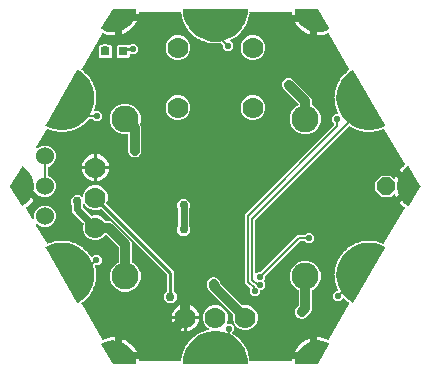
<source format=gbr>
G04 EAGLE Gerber RS-274X export*
G75*
%MOMM*%
%FSLAX34Y34*%
%LPD*%
%INTop Copper*%
%IPPOS*%
%AMOC8*
5,1,8,0,0,1.08239X$1,22.5*%
G01*
%ADD10R,0.800000X0.800000*%
%ADD11C,1.524000*%
%ADD12C,1.000000*%
%ADD13P,1.649562X8X22.500000*%
%ADD14C,1.778000*%
%ADD15C,2.286000*%
%ADD16C,0.609600*%
%ADD17C,0.812800*%
%ADD18C,0.750000*%
%ADD19C,0.550000*%
%ADD20C,0.152400*%
%ADD21C,0.203200*%
%ADD22C,0.254000*%

G36*
X-67356Y296090D02*
X-67356Y296090D01*
X-67345Y296135D01*
X-67102Y299185D01*
X-67106Y299214D01*
X-67101Y299242D01*
X-67118Y299311D01*
X-67126Y299383D01*
X-67141Y299407D01*
X-67147Y299435D01*
X-67190Y299493D01*
X-67226Y299555D01*
X-67248Y299572D01*
X-67265Y299595D01*
X-67327Y299632D01*
X-67384Y299675D01*
X-67412Y299682D01*
X-67436Y299697D01*
X-67536Y299713D01*
X-67577Y299724D01*
X-67587Y299722D01*
X-67600Y299724D01*
X-86600Y299724D01*
X-86676Y299709D01*
X-86754Y299700D01*
X-86773Y299689D01*
X-86795Y299685D01*
X-86859Y299641D01*
X-86927Y299602D01*
X-86943Y299583D01*
X-86959Y299572D01*
X-86983Y299534D01*
X-87033Y299474D01*
X-96533Y282974D01*
X-96542Y282947D01*
X-96558Y282923D01*
X-96573Y282853D01*
X-96596Y282785D01*
X-96593Y282757D01*
X-96599Y282729D01*
X-96586Y282659D01*
X-96580Y282587D01*
X-96567Y282562D01*
X-96561Y282534D01*
X-96521Y282474D01*
X-96488Y282411D01*
X-96466Y282393D01*
X-96450Y282369D01*
X-96367Y282311D01*
X-96335Y282284D01*
X-96324Y282281D01*
X-96314Y282274D01*
X-93548Y280965D01*
X-93515Y280957D01*
X-93472Y280937D01*
X-90532Y280089D01*
X-90498Y280086D01*
X-90454Y280073D01*
X-87416Y279708D01*
X-87382Y279711D01*
X-87335Y279705D01*
X-84278Y279832D01*
X-84245Y279840D01*
X-84198Y279841D01*
X-84123Y279857D01*
X-84123Y277285D01*
X-85141Y277150D01*
X-88032Y277147D01*
X-90899Y277520D01*
X-93692Y278265D01*
X-95255Y278910D01*
X-95345Y278932D01*
X-95434Y278960D01*
X-95464Y278959D01*
X-95494Y278966D01*
X-95587Y278958D01*
X-95680Y278956D01*
X-95709Y278946D01*
X-95739Y278943D01*
X-95824Y278905D01*
X-95911Y278874D01*
X-95936Y278855D01*
X-95964Y278843D01*
X-96032Y278780D01*
X-96105Y278723D01*
X-96128Y278691D01*
X-96145Y278676D01*
X-96160Y278648D01*
X-96205Y278587D01*
X-113367Y248861D01*
X-113407Y248753D01*
X-113450Y248648D01*
X-113451Y248639D01*
X-113454Y248631D01*
X-113458Y248517D01*
X-113465Y248402D01*
X-113462Y248394D01*
X-113463Y248385D01*
X-113430Y248275D01*
X-113400Y248165D01*
X-113395Y248158D01*
X-113393Y248149D01*
X-113327Y248055D01*
X-113263Y247960D01*
X-113255Y247954D01*
X-113251Y247948D01*
X-113233Y247934D01*
X-113136Y247851D01*
X-112681Y247541D01*
X-112649Y247526D01*
X-112622Y247505D01*
X-112539Y247475D01*
X-112458Y247437D01*
X-112423Y247433D01*
X-112391Y247422D01*
X-112312Y247416D01*
X-111840Y246978D01*
X-111812Y246960D01*
X-111751Y246907D01*
X-111221Y246547D01*
X-111191Y246482D01*
X-111160Y246398D01*
X-111139Y246371D01*
X-111124Y246340D01*
X-111014Y246213D01*
X-109398Y244714D01*
X-109369Y244695D01*
X-109345Y244670D01*
X-109267Y244628D01*
X-109193Y244578D01*
X-109159Y244569D01*
X-109129Y244553D01*
X-109052Y244535D01*
X-108650Y244032D01*
X-108626Y244010D01*
X-108573Y243949D01*
X-108103Y243513D01*
X-108083Y243445D01*
X-108065Y243358D01*
X-108048Y243328D01*
X-108038Y243294D01*
X-107948Y243153D01*
X-106573Y241430D01*
X-106548Y241406D01*
X-106528Y241378D01*
X-106457Y241324D01*
X-106391Y241265D01*
X-106359Y241251D01*
X-106331Y241230D01*
X-106257Y241201D01*
X-105935Y240644D01*
X-105914Y240618D01*
X-105871Y240550D01*
X-105472Y240049D01*
X-105462Y239979D01*
X-105457Y239890D01*
X-105445Y239857D01*
X-105440Y239823D01*
X-105372Y239669D01*
X-104270Y237761D01*
X-104248Y237734D01*
X-104232Y237703D01*
X-104170Y237640D01*
X-104114Y237571D01*
X-104084Y237552D01*
X-104060Y237527D01*
X-103991Y237488D01*
X-103756Y236889D01*
X-103739Y236860D01*
X-103707Y236786D01*
X-103386Y236232D01*
X-103387Y236160D01*
X-103396Y236072D01*
X-103388Y236038D01*
X-103388Y236003D01*
X-103344Y235841D01*
X-102538Y233790D01*
X-102521Y233760D01*
X-102510Y233727D01*
X-102458Y233655D01*
X-102413Y233578D01*
X-102386Y233556D01*
X-102366Y233528D01*
X-102304Y233478D01*
X-102160Y232851D01*
X-102148Y232820D01*
X-102127Y232742D01*
X-101893Y232146D01*
X-101904Y232075D01*
X-101926Y231989D01*
X-101923Y231954D01*
X-101929Y231920D01*
X-101910Y231754D01*
X-101419Y229605D01*
X-101405Y229573D01*
X-101400Y229538D01*
X-101359Y229459D01*
X-101326Y229377D01*
X-101303Y229351D01*
X-101287Y229320D01*
X-101233Y229262D01*
X-101185Y228620D01*
X-101177Y228588D01*
X-101168Y228508D01*
X-101025Y227883D01*
X-101047Y227815D01*
X-101081Y227733D01*
X-101084Y227698D01*
X-101094Y227665D01*
X-101100Y227498D01*
X-100935Y225300D01*
X-100927Y225266D01*
X-100927Y225231D01*
X-100898Y225147D01*
X-100877Y225061D01*
X-100858Y225031D01*
X-100847Y224999D01*
X-100802Y224933D01*
X-100850Y224291D01*
X-100847Y224258D01*
X-100848Y224236D01*
X-100849Y224233D01*
X-100848Y224231D01*
X-100850Y224177D01*
X-100802Y223539D01*
X-100834Y223474D01*
X-100880Y223399D01*
X-100888Y223365D01*
X-100903Y223334D01*
X-100934Y223169D01*
X-101098Y220971D01*
X-101095Y220936D01*
X-101100Y220902D01*
X-101084Y220814D01*
X-101077Y220726D01*
X-101063Y220694D01*
X-101057Y220660D01*
X-101022Y220588D01*
X-101165Y219961D01*
X-101167Y219928D01*
X-101182Y219848D01*
X-101230Y219210D01*
X-101270Y219151D01*
X-101328Y219083D01*
X-101340Y219050D01*
X-101360Y219022D01*
X-101415Y218863D01*
X-101905Y216714D01*
X-101907Y216680D01*
X-101917Y216647D01*
X-101915Y216558D01*
X-101920Y216469D01*
X-101911Y216435D01*
X-101910Y216401D01*
X-101886Y216325D01*
X-102121Y215726D01*
X-102128Y215693D01*
X-102155Y215617D01*
X-102297Y214993D01*
X-102346Y214941D01*
X-102413Y214882D01*
X-102430Y214852D01*
X-102454Y214826D01*
X-102532Y214678D01*
X-102767Y214079D01*
X-102775Y214041D01*
X-102792Y214006D01*
X-102801Y213922D01*
X-102819Y213838D01*
X-102814Y213800D01*
X-102819Y213762D01*
X-102801Y213678D01*
X-102791Y213594D01*
X-102775Y213559D01*
X-102766Y213521D01*
X-102723Y213448D01*
X-102687Y213371D01*
X-102660Y213343D01*
X-102640Y213310D01*
X-102576Y213255D01*
X-102517Y213193D01*
X-102483Y213175D01*
X-102453Y213150D01*
X-102374Y213118D01*
X-102299Y213079D01*
X-102261Y213073D01*
X-102225Y213058D01*
X-102058Y213040D01*
X-98848Y213040D01*
X-96344Y210536D01*
X-96344Y206994D01*
X-98848Y204490D01*
X-102390Y204490D01*
X-103901Y206001D01*
X-103975Y206054D01*
X-104044Y206114D01*
X-104074Y206126D01*
X-104100Y206145D01*
X-104187Y206172D01*
X-104272Y206206D01*
X-104313Y206210D01*
X-104335Y206217D01*
X-104368Y206216D01*
X-104439Y206224D01*
X-106842Y206224D01*
X-106852Y206223D01*
X-106863Y206224D01*
X-106973Y206203D01*
X-107085Y206185D01*
X-107094Y206179D01*
X-107105Y206177D01*
X-107203Y206122D01*
X-107302Y206069D01*
X-107309Y206062D01*
X-107319Y206056D01*
X-107437Y205937D01*
X-107936Y205312D01*
X-107953Y205281D01*
X-107976Y205256D01*
X-108013Y205174D01*
X-108056Y205097D01*
X-108063Y205063D01*
X-108077Y205031D01*
X-108088Y204953D01*
X-108560Y204515D01*
X-108580Y204489D01*
X-108637Y204431D01*
X-109037Y203930D01*
X-109103Y203905D01*
X-109189Y203881D01*
X-109218Y203861D01*
X-109250Y203849D01*
X-109385Y203749D01*
X-111000Y202249D01*
X-111021Y202222D01*
X-111048Y202200D01*
X-111096Y202125D01*
X-111151Y202055D01*
X-111162Y202022D01*
X-111181Y201993D01*
X-111204Y201917D01*
X-111736Y201554D01*
X-111760Y201532D01*
X-111825Y201483D01*
X-112294Y201048D01*
X-112364Y201032D01*
X-112453Y201021D01*
X-112484Y201006D01*
X-112518Y200999D01*
X-112666Y200920D01*
X-114487Y199678D01*
X-114512Y199654D01*
X-114542Y199636D01*
X-114600Y199570D01*
X-114665Y199508D01*
X-114681Y199478D01*
X-114704Y199451D01*
X-114738Y199380D01*
X-115318Y199100D01*
X-115345Y199082D01*
X-115416Y199043D01*
X-115945Y198683D01*
X-116017Y198678D01*
X-116106Y198680D01*
X-116139Y198670D01*
X-116174Y198667D01*
X-116332Y198612D01*
X-118317Y197655D01*
X-118346Y197635D01*
X-118378Y197622D01*
X-118446Y197564D01*
X-118519Y197514D01*
X-118539Y197486D01*
X-118566Y197463D01*
X-118610Y197398D01*
X-119225Y197208D01*
X-119255Y197193D01*
X-119331Y197166D01*
X-119908Y196888D01*
X-119980Y196894D01*
X-120067Y196909D01*
X-120101Y196904D01*
X-120136Y196907D01*
X-120301Y196876D01*
X-122407Y196225D01*
X-122438Y196210D01*
X-122472Y196202D01*
X-122548Y196155D01*
X-122627Y196116D01*
X-122651Y196091D01*
X-122681Y196073D01*
X-122735Y196015D01*
X-123371Y195918D01*
X-123403Y195908D01*
X-123482Y195893D01*
X-124094Y195704D01*
X-124164Y195721D01*
X-124248Y195749D01*
X-124283Y195749D01*
X-124317Y195757D01*
X-124484Y195750D01*
X-126664Y195421D01*
X-126697Y195410D01*
X-126731Y195408D01*
X-126813Y195373D01*
X-126898Y195346D01*
X-126926Y195325D01*
X-126958Y195311D01*
X-127019Y195262D01*
X-127663Y195262D01*
X-127696Y195256D01*
X-127777Y195253D01*
X-128410Y195157D01*
X-128476Y195184D01*
X-128555Y195225D01*
X-128590Y195230D01*
X-128622Y195243D01*
X-128789Y195261D01*
X-130993Y195260D01*
X-131027Y195255D01*
X-131062Y195257D01*
X-131148Y195235D01*
X-131235Y195221D01*
X-131266Y195204D01*
X-131300Y195196D01*
X-131368Y195156D01*
X-132005Y195252D01*
X-132038Y195251D01*
X-132118Y195260D01*
X-132759Y195260D01*
X-132821Y195296D01*
X-132893Y195348D01*
X-132926Y195358D01*
X-132956Y195376D01*
X-133118Y195419D01*
X-135298Y195747D01*
X-135332Y195746D01*
X-135366Y195754D01*
X-135455Y195745D01*
X-135543Y195744D01*
X-135576Y195732D01*
X-135611Y195729D01*
X-135685Y195699D01*
X-136300Y195889D01*
X-136332Y195893D01*
X-136410Y195914D01*
X-137044Y196009D01*
X-137100Y196055D01*
X-137163Y196117D01*
X-137194Y196132D01*
X-137221Y196154D01*
X-137375Y196220D01*
X-139482Y196869D01*
X-139516Y196874D01*
X-139548Y196887D01*
X-139637Y196891D01*
X-139725Y196903D01*
X-139759Y196896D01*
X-139794Y196898D01*
X-139871Y196880D01*
X-140451Y197159D01*
X-140483Y197169D01*
X-140557Y197201D01*
X-141169Y197389D01*
X-141218Y197442D01*
X-141271Y197513D01*
X-141300Y197533D01*
X-141323Y197558D01*
X-141466Y197647D01*
X-141978Y197894D01*
X-142087Y197926D01*
X-142197Y197961D01*
X-142206Y197961D01*
X-142214Y197963D01*
X-142329Y197959D01*
X-142443Y197957D01*
X-142451Y197954D01*
X-142460Y197954D01*
X-142567Y197913D01*
X-142675Y197875D01*
X-142682Y197870D01*
X-142690Y197867D01*
X-142779Y197794D01*
X-142868Y197724D01*
X-142875Y197715D01*
X-142880Y197711D01*
X-142893Y197691D01*
X-142968Y197589D01*
X-151737Y182399D01*
X-151746Y182377D01*
X-151760Y182357D01*
X-151789Y182262D01*
X-151824Y182169D01*
X-151825Y182145D01*
X-151832Y182122D01*
X-151829Y182023D01*
X-151833Y181924D01*
X-151826Y181901D01*
X-151826Y181876D01*
X-151791Y181783D01*
X-151763Y181688D01*
X-151749Y181668D01*
X-151741Y181645D01*
X-151679Y181568D01*
X-151622Y181486D01*
X-151603Y181472D01*
X-151587Y181453D01*
X-151504Y181400D01*
X-151424Y181341D01*
X-151401Y181333D01*
X-151381Y181320D01*
X-151284Y181296D01*
X-151189Y181266D01*
X-151165Y181266D01*
X-151142Y181260D01*
X-151043Y181268D01*
X-150944Y181270D01*
X-150921Y181278D01*
X-150897Y181279D01*
X-150805Y181318D01*
X-150712Y181351D01*
X-150693Y181366D01*
X-150670Y181376D01*
X-150540Y181481D01*
X-149643Y182378D01*
X-146281Y183770D01*
X-142644Y183770D01*
X-139282Y182378D01*
X-136710Y179805D01*
X-135318Y176444D01*
X-135318Y172806D01*
X-136710Y169445D01*
X-139282Y166872D01*
X-141452Y165974D01*
X-141551Y165912D01*
X-141651Y165852D01*
X-141656Y165848D01*
X-141661Y165844D01*
X-141735Y165754D01*
X-141811Y165665D01*
X-141814Y165660D01*
X-141818Y165655D01*
X-141859Y165546D01*
X-141903Y165437D01*
X-141904Y165430D01*
X-141906Y165425D01*
X-141907Y165407D01*
X-141922Y165271D01*
X-141922Y158579D01*
X-141903Y158465D01*
X-141886Y158348D01*
X-141883Y158343D01*
X-141882Y158337D01*
X-141828Y158234D01*
X-141774Y158129D01*
X-141770Y158125D01*
X-141767Y158119D01*
X-141683Y158039D01*
X-141599Y157957D01*
X-141592Y157953D01*
X-141589Y157950D01*
X-141572Y157942D01*
X-141452Y157876D01*
X-139282Y156978D01*
X-136710Y154405D01*
X-135318Y151044D01*
X-135318Y147406D01*
X-136710Y144045D01*
X-139282Y141472D01*
X-142644Y140080D01*
X-146281Y140080D01*
X-149643Y141472D01*
X-150909Y142739D01*
X-150987Y142795D01*
X-151060Y142856D01*
X-151086Y142866D01*
X-151109Y142883D01*
X-151200Y142911D01*
X-151289Y142945D01*
X-151317Y142947D01*
X-151344Y142955D01*
X-151439Y142953D01*
X-151535Y142957D01*
X-151562Y142949D01*
X-151590Y142949D01*
X-151680Y142916D01*
X-151771Y142890D01*
X-151795Y142874D01*
X-151821Y142864D01*
X-151896Y142805D01*
X-151974Y142751D01*
X-151991Y142728D01*
X-152013Y142711D01*
X-152065Y142630D01*
X-152122Y142554D01*
X-152135Y142521D01*
X-152146Y142504D01*
X-152154Y142472D01*
X-152183Y142398D01*
X-152260Y142108D01*
X-153369Y139432D01*
X-154817Y136924D01*
X-156580Y134627D01*
X-158628Y132579D01*
X-159936Y131575D01*
X-159999Y131507D01*
X-160069Y131444D01*
X-160083Y131418D01*
X-160104Y131396D01*
X-160143Y131311D01*
X-160188Y131230D01*
X-160194Y131200D01*
X-160207Y131172D01*
X-160216Y131080D01*
X-160233Y130988D01*
X-160229Y130958D01*
X-160232Y130928D01*
X-160212Y130837D01*
X-160199Y130744D01*
X-160184Y130709D01*
X-160179Y130688D01*
X-160162Y130660D01*
X-160132Y130591D01*
X-155028Y121750D01*
X-154997Y121713D01*
X-154975Y121671D01*
X-154920Y121619D01*
X-154872Y121560D01*
X-154831Y121534D01*
X-154797Y121501D01*
X-154728Y121470D01*
X-154664Y121429D01*
X-154617Y121418D01*
X-154573Y121398D01*
X-154498Y121389D01*
X-154424Y121372D01*
X-154377Y121376D01*
X-154329Y121371D01*
X-154255Y121387D01*
X-154179Y121394D01*
X-154136Y121413D01*
X-154089Y121423D01*
X-154024Y121462D01*
X-153954Y121492D01*
X-153919Y121525D01*
X-153878Y121549D01*
X-153828Y121607D01*
X-153772Y121658D01*
X-153749Y121700D01*
X-153718Y121736D01*
X-153689Y121806D01*
X-153652Y121873D01*
X-153644Y121920D01*
X-153626Y121964D01*
X-153611Y122092D01*
X-153607Y122114D01*
X-153608Y122121D01*
X-153607Y122131D01*
X-153607Y125644D01*
X-152215Y129005D01*
X-149643Y131578D01*
X-146281Y132970D01*
X-142644Y132970D01*
X-139282Y131578D01*
X-136710Y129005D01*
X-135318Y125644D01*
X-135318Y122006D01*
X-136710Y118645D01*
X-139282Y116072D01*
X-142644Y114680D01*
X-146281Y114680D01*
X-149643Y116072D01*
X-150540Y116969D01*
X-150559Y116983D01*
X-150574Y117002D01*
X-150659Y117055D01*
X-150739Y117113D01*
X-150762Y117120D01*
X-150783Y117133D01*
X-150880Y117156D01*
X-150974Y117185D01*
X-150998Y117185D01*
X-151022Y117190D01*
X-151121Y117182D01*
X-151220Y117179D01*
X-151243Y117171D01*
X-151267Y117169D01*
X-151358Y117129D01*
X-151451Y117094D01*
X-151470Y117079D01*
X-151492Y117070D01*
X-151566Y117003D01*
X-151643Y116941D01*
X-151656Y116921D01*
X-151674Y116904D01*
X-151723Y116817D01*
X-151776Y116734D01*
X-151782Y116710D01*
X-151794Y116689D01*
X-151812Y116592D01*
X-151836Y116495D01*
X-151834Y116471D01*
X-151839Y116448D01*
X-151825Y116349D01*
X-151817Y116250D01*
X-151808Y116228D01*
X-151804Y116204D01*
X-151737Y116050D01*
X-142968Y100861D01*
X-142895Y100772D01*
X-142825Y100683D01*
X-142818Y100678D01*
X-142812Y100671D01*
X-142715Y100610D01*
X-142620Y100547D01*
X-142611Y100545D01*
X-142604Y100540D01*
X-142492Y100513D01*
X-142382Y100484D01*
X-142373Y100485D01*
X-142365Y100483D01*
X-142251Y100493D01*
X-142137Y100500D01*
X-142127Y100504D01*
X-142120Y100505D01*
X-142098Y100514D01*
X-141978Y100556D01*
X-141466Y100803D01*
X-141437Y100823D01*
X-141405Y100835D01*
X-141337Y100893D01*
X-141264Y100944D01*
X-141244Y100972D01*
X-141217Y100994D01*
X-141172Y101060D01*
X-140557Y101249D01*
X-140528Y101264D01*
X-140451Y101291D01*
X-139874Y101568D01*
X-139803Y101562D01*
X-139715Y101547D01*
X-139681Y101552D01*
X-139647Y101549D01*
X-139482Y101581D01*
X-137375Y102230D01*
X-137344Y102245D01*
X-137310Y102253D01*
X-137235Y102299D01*
X-137155Y102339D01*
X-137130Y102364D01*
X-137101Y102382D01*
X-137047Y102440D01*
X-136411Y102536D01*
X-136379Y102546D01*
X-136300Y102561D01*
X-135688Y102750D01*
X-135618Y102733D01*
X-135534Y102705D01*
X-135499Y102705D01*
X-135465Y102697D01*
X-135298Y102703D01*
X-133118Y103031D01*
X-133085Y103042D01*
X-133050Y103044D01*
X-132968Y103079D01*
X-132884Y103106D01*
X-132856Y103127D01*
X-132824Y103141D01*
X-132762Y103190D01*
X-132118Y103190D01*
X-132086Y103195D01*
X-132005Y103198D01*
X-131372Y103294D01*
X-131305Y103267D01*
X-131226Y103226D01*
X-131192Y103221D01*
X-131159Y103208D01*
X-130993Y103190D01*
X-128789Y103189D01*
X-128754Y103194D01*
X-128720Y103192D01*
X-128634Y103214D01*
X-128546Y103228D01*
X-128515Y103245D01*
X-128482Y103253D01*
X-128413Y103293D01*
X-127777Y103197D01*
X-127744Y103197D01*
X-127663Y103188D01*
X-127023Y103188D01*
X-126961Y103152D01*
X-126889Y103100D01*
X-126856Y103090D01*
X-126826Y103072D01*
X-126664Y103029D01*
X-124484Y102700D01*
X-124449Y102700D01*
X-124416Y102692D01*
X-124327Y102702D01*
X-124238Y102703D01*
X-124206Y102714D01*
X-124171Y102718D01*
X-124097Y102747D01*
X-123482Y102557D01*
X-123450Y102552D01*
X-123371Y102532D01*
X-122738Y102436D01*
X-122683Y102391D01*
X-122619Y102329D01*
X-122588Y102314D01*
X-122561Y102292D01*
X-122407Y102225D01*
X-120301Y101574D01*
X-120266Y101570D01*
X-120234Y101557D01*
X-120145Y101553D01*
X-120057Y101541D01*
X-120023Y101547D01*
X-119988Y101546D01*
X-119911Y101563D01*
X-119331Y101284D01*
X-119300Y101275D01*
X-119225Y101242D01*
X-118613Y101053D01*
X-118565Y101000D01*
X-118511Y100929D01*
X-118483Y100910D01*
X-118459Y100884D01*
X-118317Y100795D01*
X-116332Y99838D01*
X-116299Y99828D01*
X-116268Y99811D01*
X-116181Y99794D01*
X-116096Y99769D01*
X-116061Y99770D01*
X-116027Y99763D01*
X-115948Y99769D01*
X-115416Y99407D01*
X-115386Y99393D01*
X-115318Y99350D01*
X-114741Y99072D01*
X-114701Y99012D01*
X-114659Y98934D01*
X-114633Y98910D01*
X-114614Y98881D01*
X-114487Y98772D01*
X-112666Y97530D01*
X-112634Y97515D01*
X-112607Y97494D01*
X-112524Y97464D01*
X-112443Y97426D01*
X-112408Y97422D01*
X-112376Y97410D01*
X-112297Y97405D01*
X-111825Y96967D01*
X-111798Y96948D01*
X-111736Y96896D01*
X-111207Y96535D01*
X-111177Y96470D01*
X-111146Y96386D01*
X-111125Y96359D01*
X-111110Y96328D01*
X-111000Y96201D01*
X-109385Y94701D01*
X-109356Y94682D01*
X-109332Y94657D01*
X-109254Y94614D01*
X-109180Y94565D01*
X-109147Y94556D01*
X-109116Y94540D01*
X-109039Y94522D01*
X-108637Y94019D01*
X-108613Y93996D01*
X-108560Y93935D01*
X-108091Y93500D01*
X-108070Y93431D01*
X-108053Y93344D01*
X-108035Y93314D01*
X-108025Y93280D01*
X-107936Y93138D01*
X-106562Y91415D01*
X-106537Y91392D01*
X-106517Y91363D01*
X-106446Y91309D01*
X-106380Y91250D01*
X-106348Y91236D01*
X-106320Y91215D01*
X-106246Y91186D01*
X-105925Y90629D01*
X-105904Y90603D01*
X-105861Y90535D01*
X-105372Y89921D01*
X-105345Y89848D01*
X-105340Y89841D01*
X-105336Y89833D01*
X-105263Y89745D01*
X-105191Y89656D01*
X-105184Y89651D01*
X-105178Y89644D01*
X-105081Y89585D01*
X-104985Y89523D01*
X-104976Y89521D01*
X-104968Y89516D01*
X-104856Y89491D01*
X-104746Y89463D01*
X-104737Y89464D01*
X-104728Y89462D01*
X-104614Y89473D01*
X-104501Y89482D01*
X-104493Y89485D01*
X-104484Y89486D01*
X-104379Y89534D01*
X-104274Y89578D01*
X-104266Y89585D01*
X-104260Y89588D01*
X-104243Y89604D01*
X-104144Y89683D01*
X-102473Y91353D01*
X-98932Y91353D01*
X-96428Y88849D01*
X-96428Y85308D01*
X-98932Y82804D01*
X-101069Y82804D01*
X-101159Y82789D01*
X-101250Y82782D01*
X-101280Y82769D01*
X-101312Y82764D01*
X-101392Y82722D01*
X-101476Y82686D01*
X-101508Y82660D01*
X-101529Y82649D01*
X-101551Y82626D01*
X-101607Y82581D01*
X-101667Y82522D01*
X-101701Y82474D01*
X-101742Y82433D01*
X-101791Y82348D01*
X-101810Y82322D01*
X-101814Y82308D01*
X-101826Y82288D01*
X-101860Y82209D01*
X-101869Y82176D01*
X-101885Y82145D01*
X-101888Y82128D01*
X-101890Y82123D01*
X-101893Y82094D01*
X-101899Y82057D01*
X-101921Y81971D01*
X-101918Y81936D01*
X-101924Y81902D01*
X-101905Y81736D01*
X-101415Y79587D01*
X-101402Y79555D01*
X-101397Y79520D01*
X-101356Y79441D01*
X-101322Y79359D01*
X-101300Y79332D01*
X-101284Y79302D01*
X-101230Y79244D01*
X-101182Y78602D01*
X-101174Y78570D01*
X-101165Y78489D01*
X-101023Y77865D01*
X-101044Y77796D01*
X-101079Y77714D01*
X-101082Y77680D01*
X-101092Y77647D01*
X-101098Y77479D01*
X-100934Y75281D01*
X-100926Y75248D01*
X-100926Y75213D01*
X-100897Y75128D01*
X-100876Y75042D01*
X-100858Y75013D01*
X-100847Y74980D01*
X-100802Y74914D01*
X-100850Y74273D01*
X-100847Y74240D01*
X-100850Y74159D01*
X-100803Y73520D01*
X-100834Y73456D01*
X-100881Y73380D01*
X-100888Y73346D01*
X-100904Y73315D01*
X-100935Y73150D01*
X-101100Y70952D01*
X-101097Y70918D01*
X-101102Y70883D01*
X-101087Y70796D01*
X-101079Y70707D01*
X-101065Y70675D01*
X-101059Y70641D01*
X-101024Y70570D01*
X-101168Y69942D01*
X-101170Y69909D01*
X-101185Y69830D01*
X-101233Y69191D01*
X-101274Y69133D01*
X-101331Y69064D01*
X-101344Y69032D01*
X-101363Y69004D01*
X-101419Y68845D01*
X-101910Y66696D01*
X-101912Y66662D01*
X-101922Y66629D01*
X-101919Y66540D01*
X-101925Y66451D01*
X-101916Y66417D01*
X-101915Y66383D01*
X-101892Y66307D01*
X-102127Y65708D01*
X-102134Y65676D01*
X-102160Y65599D01*
X-102303Y64975D01*
X-102352Y64923D01*
X-102419Y64864D01*
X-102436Y64834D01*
X-102460Y64809D01*
X-102538Y64660D01*
X-103344Y62609D01*
X-103352Y62575D01*
X-103367Y62544D01*
X-103377Y62455D01*
X-103396Y62368D01*
X-103392Y62334D01*
X-103396Y62299D01*
X-103385Y62221D01*
X-103707Y61664D01*
X-103718Y61633D01*
X-103756Y61561D01*
X-103990Y60965D01*
X-104047Y60921D01*
X-104121Y60873D01*
X-104143Y60846D01*
X-104170Y60824D01*
X-104270Y60689D01*
X-105372Y58781D01*
X-105385Y58748D01*
X-105404Y58719D01*
X-105428Y58634D01*
X-105459Y58551D01*
X-105461Y58516D01*
X-105470Y58482D01*
X-105470Y58403D01*
X-105871Y57900D01*
X-105887Y57871D01*
X-105935Y57806D01*
X-106256Y57252D01*
X-106318Y57216D01*
X-106399Y57180D01*
X-106425Y57156D01*
X-106455Y57139D01*
X-106573Y57020D01*
X-107948Y55297D01*
X-107965Y55267D01*
X-107989Y55242D01*
X-108025Y55161D01*
X-108068Y55083D01*
X-108075Y55049D01*
X-108089Y55017D01*
X-108101Y54939D01*
X-108573Y54501D01*
X-108593Y54475D01*
X-108650Y54418D01*
X-109049Y53917D01*
X-109116Y53892D01*
X-109202Y53868D01*
X-109231Y53848D01*
X-109263Y53836D01*
X-109398Y53736D01*
X-111014Y52237D01*
X-111035Y52210D01*
X-111063Y52188D01*
X-111111Y52113D01*
X-111165Y52043D01*
X-111177Y52010D01*
X-111195Y51981D01*
X-111219Y51905D01*
X-111751Y51543D01*
X-111775Y51520D01*
X-111840Y51472D01*
X-112309Y51036D01*
X-112379Y51021D01*
X-112468Y51010D01*
X-112499Y50995D01*
X-112533Y50988D01*
X-112681Y50909D01*
X-113136Y50599D01*
X-113219Y50520D01*
X-113304Y50443D01*
X-113308Y50435D01*
X-113314Y50429D01*
X-113368Y50328D01*
X-113423Y50228D01*
X-113425Y50220D01*
X-113429Y50212D01*
X-113448Y50099D01*
X-113468Y49986D01*
X-113467Y49978D01*
X-113469Y49969D01*
X-113450Y49856D01*
X-113434Y49743D01*
X-113430Y49733D01*
X-113429Y49726D01*
X-113418Y49706D01*
X-113403Y49671D01*
X-113402Y49666D01*
X-113397Y49659D01*
X-113367Y49589D01*
X-96205Y19863D01*
X-96160Y19809D01*
X-96135Y19766D01*
X-96119Y19753D01*
X-96093Y19714D01*
X-96068Y19696D01*
X-96049Y19672D01*
X-95970Y19623D01*
X-95951Y19608D01*
X-95948Y19606D01*
X-95947Y19606D01*
X-95896Y19567D01*
X-95866Y19558D01*
X-95840Y19541D01*
X-95750Y19520D01*
X-95662Y19491D01*
X-95631Y19491D01*
X-95601Y19484D01*
X-95509Y19492D01*
X-95416Y19493D01*
X-95378Y19504D01*
X-95356Y19506D01*
X-95327Y19519D01*
X-95255Y19539D01*
X-93692Y20185D01*
X-90899Y20929D01*
X-88032Y21303D01*
X-85141Y21300D01*
X-84123Y21165D01*
X-84123Y18593D01*
X-84198Y18609D01*
X-84232Y18609D01*
X-84278Y18618D01*
X-87335Y18745D01*
X-87369Y18740D01*
X-87416Y18742D01*
X-90454Y18377D01*
X-90486Y18366D01*
X-90532Y18361D01*
X-93472Y17513D01*
X-93502Y17497D01*
X-93548Y17485D01*
X-96314Y16176D01*
X-96336Y16159D01*
X-96363Y16149D01*
X-96415Y16100D01*
X-96473Y16057D01*
X-96487Y16032D01*
X-96508Y16013D01*
X-96537Y15947D01*
X-96573Y15885D01*
X-96576Y15857D01*
X-96588Y15831D01*
X-96589Y15759D01*
X-96598Y15688D01*
X-96590Y15661D01*
X-96591Y15632D01*
X-96555Y15537D01*
X-96544Y15497D01*
X-96537Y15488D01*
X-96533Y15476D01*
X-87033Y-1024D01*
X-86981Y-1082D01*
X-86935Y-1145D01*
X-86916Y-1156D01*
X-86901Y-1173D01*
X-86831Y-1207D01*
X-86764Y-1247D01*
X-86740Y-1251D01*
X-86722Y-1259D01*
X-86677Y-1261D01*
X-86600Y-1274D01*
X-67600Y-1274D01*
X-67572Y-1269D01*
X-67544Y-1271D01*
X-67476Y-1249D01*
X-67405Y-1235D01*
X-67382Y-1219D01*
X-67355Y-1210D01*
X-67300Y-1163D01*
X-67241Y-1122D01*
X-67226Y-1098D01*
X-67205Y-1080D01*
X-67173Y-1015D01*
X-67134Y-955D01*
X-67129Y-927D01*
X-67117Y-901D01*
X-67108Y-799D01*
X-67101Y-758D01*
X-67103Y-748D01*
X-67102Y-735D01*
X-67345Y2315D01*
X-67354Y2347D01*
X-67358Y2394D01*
X-67899Y4602D01*
X-65216Y4602D01*
X-64931Y3533D01*
X-64717Y1889D01*
X-64690Y1799D01*
X-64670Y1707D01*
X-64655Y1682D01*
X-64646Y1653D01*
X-64592Y1577D01*
X-64544Y1496D01*
X-64521Y1477D01*
X-64504Y1452D01*
X-64428Y1397D01*
X-64357Y1336D01*
X-64329Y1325D01*
X-64305Y1307D01*
X-64216Y1279D01*
X-64129Y1244D01*
X-64091Y1240D01*
X-64070Y1234D01*
X-64038Y1234D01*
X-63962Y1226D01*
X-29587Y1226D01*
X-29474Y1244D01*
X-29361Y1260D01*
X-29353Y1264D01*
X-29344Y1265D01*
X-29243Y1319D01*
X-29141Y1370D01*
X-29134Y1376D01*
X-29127Y1381D01*
X-29048Y1463D01*
X-28967Y1545D01*
X-28963Y1553D01*
X-28957Y1559D01*
X-28909Y1662D01*
X-28859Y1765D01*
X-28857Y1776D01*
X-28854Y1782D01*
X-28851Y1805D01*
X-28828Y1930D01*
X-28786Y2486D01*
X-28789Y2521D01*
X-28784Y2555D01*
X-28800Y2643D01*
X-28808Y2731D01*
X-28821Y2763D01*
X-28828Y2797D01*
X-28862Y2869D01*
X-28719Y3496D01*
X-28717Y3529D01*
X-28702Y3609D01*
X-28654Y4247D01*
X-28613Y4306D01*
X-28556Y4374D01*
X-28543Y4407D01*
X-28524Y4435D01*
X-28468Y4593D01*
X-27978Y6740D01*
X-27976Y6775D01*
X-27966Y6808D01*
X-27969Y6897D01*
X-27963Y6986D01*
X-27972Y7019D01*
X-27973Y7054D01*
X-27997Y7130D01*
X-27762Y7729D01*
X-27755Y7761D01*
X-27728Y7837D01*
X-27586Y8462D01*
X-27536Y8514D01*
X-27470Y8573D01*
X-27452Y8603D01*
X-27428Y8628D01*
X-27350Y8776D01*
X-26546Y10826D01*
X-26539Y10860D01*
X-26524Y10891D01*
X-26513Y10980D01*
X-26494Y11067D01*
X-26498Y11101D01*
X-26494Y11135D01*
X-26506Y11214D01*
X-26184Y11771D01*
X-26172Y11802D01*
X-26135Y11874D01*
X-25901Y12470D01*
X-25844Y12514D01*
X-25770Y12562D01*
X-25748Y12590D01*
X-25721Y12611D01*
X-25621Y12746D01*
X-24520Y14653D01*
X-24508Y14685D01*
X-24489Y14714D01*
X-24465Y14800D01*
X-24433Y14883D01*
X-24432Y14918D01*
X-24423Y14951D01*
X-24423Y15031D01*
X-24022Y15534D01*
X-24006Y15563D01*
X-23958Y15628D01*
X-23637Y16182D01*
X-23575Y16218D01*
X-23494Y16254D01*
X-23469Y16278D01*
X-23438Y16295D01*
X-23320Y16414D01*
X-21947Y18135D01*
X-21930Y18165D01*
X-21907Y18191D01*
X-21870Y18272D01*
X-21827Y18350D01*
X-21820Y18384D01*
X-21806Y18416D01*
X-21794Y18494D01*
X-21323Y18932D01*
X-21302Y18958D01*
X-21245Y19015D01*
X-20846Y19516D01*
X-20813Y19529D01*
X-20771Y19535D01*
X-20737Y19553D01*
X-20693Y19566D01*
X-20665Y19585D01*
X-20632Y19598D01*
X-20579Y19637D01*
X-20554Y19651D01*
X-20536Y19669D01*
X-20498Y19697D01*
X-18883Y21195D01*
X-18862Y21222D01*
X-18835Y21244D01*
X-18787Y21319D01*
X-18733Y21389D01*
X-18721Y21422D01*
X-18702Y21451D01*
X-18679Y21527D01*
X-18147Y21890D01*
X-18123Y21912D01*
X-18098Y21931D01*
X-18092Y21934D01*
X-18088Y21939D01*
X-18058Y21961D01*
X-17589Y22396D01*
X-17519Y22412D01*
X-17431Y22423D01*
X-17399Y22438D01*
X-17366Y22445D01*
X-17217Y22524D01*
X-15398Y23764D01*
X-15373Y23788D01*
X-15343Y23806D01*
X-15284Y23872D01*
X-15220Y23934D01*
X-15204Y23964D01*
X-15181Y23990D01*
X-15147Y24062D01*
X-14567Y24341D01*
X-14540Y24360D01*
X-14468Y24398D01*
X-13939Y24759D01*
X-13867Y24764D01*
X-13779Y24761D01*
X-13745Y24772D01*
X-13711Y24774D01*
X-13553Y24830D01*
X-11569Y25785D01*
X-11540Y25805D01*
X-11508Y25818D01*
X-11440Y25875D01*
X-11367Y25926D01*
X-11347Y25954D01*
X-11320Y25976D01*
X-11276Y26042D01*
X-10661Y26232D01*
X-10631Y26247D01*
X-10555Y26273D01*
X-9978Y26551D01*
X-9906Y26545D01*
X-9819Y26530D01*
X-9784Y26535D01*
X-9750Y26532D01*
X-9585Y26564D01*
X-7481Y27213D01*
X-7450Y27228D01*
X-7416Y27236D01*
X-7340Y27282D01*
X-7261Y27322D01*
X-7236Y27347D01*
X-7207Y27365D01*
X-7153Y27423D01*
X-6516Y27519D01*
X-6485Y27529D01*
X-6405Y27544D01*
X-5745Y27748D01*
X-5649Y27796D01*
X-5551Y27839D01*
X-5539Y27850D01*
X-5524Y27858D01*
X-5449Y27933D01*
X-5370Y28006D01*
X-5362Y28020D01*
X-5351Y28032D01*
X-5303Y28127D01*
X-5252Y28221D01*
X-5249Y28237D01*
X-5241Y28252D01*
X-5227Y28358D01*
X-5208Y28463D01*
X-5210Y28480D01*
X-5208Y28496D01*
X-5228Y28600D01*
X-5244Y28707D01*
X-5251Y28721D01*
X-5254Y28737D01*
X-5307Y28830D01*
X-5355Y28926D01*
X-5367Y28937D01*
X-5375Y28952D01*
X-5454Y29023D01*
X-5531Y29098D01*
X-5548Y29108D01*
X-5558Y29116D01*
X-5586Y29128D01*
X-5678Y29179D01*
X-5900Y29271D01*
X-8829Y32200D01*
X-10415Y36028D01*
X-10415Y40172D01*
X-8829Y44000D01*
X-5900Y46929D01*
X-2072Y48515D01*
X2072Y48515D01*
X5900Y46929D01*
X8829Y44000D01*
X10415Y40172D01*
X10415Y36028D01*
X9626Y34125D01*
X9616Y34080D01*
X9596Y34038D01*
X9588Y33961D01*
X9570Y33885D01*
X9574Y33839D01*
X9569Y33794D01*
X9586Y33718D01*
X9593Y33640D01*
X9612Y33598D01*
X9621Y33553D01*
X9661Y33487D01*
X9693Y33416D01*
X9724Y33382D01*
X9748Y33342D01*
X9807Y33292D01*
X9859Y33234D01*
X9900Y33212D01*
X9935Y33182D01*
X10007Y33153D01*
X10075Y33116D01*
X10120Y33108D01*
X10163Y33091D01*
X10299Y33075D01*
X10317Y33072D01*
X10322Y33073D01*
X10329Y33072D01*
X13441Y33072D01*
X15945Y30568D01*
X15945Y27027D01*
X14443Y25525D01*
X14429Y25505D01*
X14410Y25489D01*
X14358Y25405D01*
X14300Y25325D01*
X14293Y25301D01*
X14280Y25281D01*
X14257Y25184D01*
X14228Y25090D01*
X14228Y25065D01*
X14222Y25041D01*
X14231Y24943D01*
X14234Y24844D01*
X14242Y24821D01*
X14245Y24796D01*
X14284Y24706D01*
X14318Y24613D01*
X14334Y24594D01*
X14344Y24571D01*
X14410Y24498D01*
X14472Y24421D01*
X14493Y24408D01*
X14509Y24389D01*
X14651Y24300D01*
X15144Y24063D01*
X15183Y24004D01*
X15226Y23926D01*
X15251Y23902D01*
X15271Y23873D01*
X15398Y23764D01*
X17217Y22524D01*
X17249Y22509D01*
X17276Y22488D01*
X17360Y22457D01*
X17440Y22420D01*
X17475Y22416D01*
X17507Y22404D01*
X17587Y22398D01*
X18058Y21961D01*
X18086Y21942D01*
X18147Y21890D01*
X18676Y21529D01*
X18687Y21507D01*
X18688Y21500D01*
X18697Y21484D01*
X18707Y21464D01*
X18737Y21381D01*
X18759Y21353D01*
X18774Y21322D01*
X18883Y21195D01*
X20498Y19697D01*
X20526Y19678D01*
X20550Y19653D01*
X20588Y19632D01*
X20619Y19606D01*
X20660Y19589D01*
X20703Y19561D01*
X20736Y19553D01*
X20766Y19536D01*
X20827Y19522D01*
X20847Y19514D01*
X21245Y19015D01*
X21251Y19010D01*
X21254Y19005D01*
X21276Y18986D01*
X21323Y18932D01*
X21792Y18496D01*
X21813Y18428D01*
X21830Y18340D01*
X21848Y18310D01*
X21857Y18277D01*
X21947Y18135D01*
X23320Y16414D01*
X23345Y16391D01*
X23365Y16362D01*
X23437Y16308D01*
X23502Y16249D01*
X23534Y16235D01*
X23562Y16214D01*
X23636Y16185D01*
X23957Y15628D01*
X23978Y15602D01*
X24022Y15534D01*
X24421Y15033D01*
X24431Y14962D01*
X24435Y14873D01*
X24448Y14841D01*
X24453Y14807D01*
X24520Y14653D01*
X25621Y12746D01*
X25643Y12719D01*
X25658Y12688D01*
X25721Y12624D01*
X25777Y12556D01*
X25806Y12537D01*
X25831Y12513D01*
X25900Y12473D01*
X26135Y11874D01*
X26151Y11846D01*
X26184Y11771D01*
X26504Y11217D01*
X26504Y11145D01*
X26495Y11057D01*
X26502Y11023D01*
X26502Y10988D01*
X26546Y10826D01*
X27350Y8776D01*
X27368Y8747D01*
X27378Y8714D01*
X27430Y8642D01*
X27476Y8565D01*
X27502Y8542D01*
X27523Y8514D01*
X27585Y8465D01*
X27728Y7837D01*
X27740Y7807D01*
X27762Y7729D01*
X27995Y7133D01*
X27984Y7062D01*
X27962Y6976D01*
X27965Y6941D01*
X27959Y6907D01*
X27978Y6740D01*
X28468Y4593D01*
X28481Y4561D01*
X28487Y4527D01*
X28528Y4448D01*
X28561Y4366D01*
X28584Y4339D01*
X28600Y4309D01*
X28654Y4251D01*
X28702Y3609D01*
X28710Y3577D01*
X28719Y3496D01*
X28861Y2872D01*
X28840Y2803D01*
X28805Y2722D01*
X28803Y2687D01*
X28792Y2654D01*
X28786Y2486D01*
X28828Y1930D01*
X28855Y1819D01*
X28879Y1707D01*
X28883Y1700D01*
X28885Y1691D01*
X28947Y1594D01*
X29005Y1496D01*
X29012Y1490D01*
X29016Y1483D01*
X29105Y1410D01*
X29192Y1336D01*
X29200Y1333D01*
X29207Y1327D01*
X29313Y1287D01*
X29420Y1244D01*
X29431Y1243D01*
X29437Y1241D01*
X29460Y1240D01*
X29587Y1226D01*
X63962Y1226D01*
X64055Y1241D01*
X64148Y1249D01*
X64175Y1261D01*
X64205Y1265D01*
X64288Y1309D01*
X64374Y1347D01*
X64396Y1367D01*
X64422Y1381D01*
X64487Y1448D01*
X64556Y1511D01*
X64571Y1537D01*
X64592Y1559D01*
X64631Y1644D01*
X64677Y1726D01*
X64686Y1762D01*
X64695Y1782D01*
X64699Y1815D01*
X64717Y1889D01*
X64931Y3534D01*
X65216Y4602D01*
X67899Y4602D01*
X67358Y2394D01*
X67356Y2360D01*
X67345Y2315D01*
X67102Y-735D01*
X67106Y-764D01*
X67101Y-792D01*
X67118Y-861D01*
X67126Y-933D01*
X67141Y-957D01*
X67147Y-985D01*
X67190Y-1043D01*
X67226Y-1105D01*
X67248Y-1122D01*
X67265Y-1145D01*
X67327Y-1182D01*
X67384Y-1225D01*
X67412Y-1232D01*
X67436Y-1247D01*
X67536Y-1263D01*
X67577Y-1274D01*
X67587Y-1272D01*
X67600Y-1274D01*
X86600Y-1274D01*
X86676Y-1259D01*
X86754Y-1250D01*
X86773Y-1239D01*
X86795Y-1235D01*
X86859Y-1191D01*
X86927Y-1152D01*
X86943Y-1133D01*
X86959Y-1122D01*
X86983Y-1084D01*
X87033Y-1024D01*
X96533Y15476D01*
X96542Y15503D01*
X96558Y15527D01*
X96573Y15597D01*
X96596Y15665D01*
X96593Y15693D01*
X96599Y15721D01*
X96586Y15792D01*
X96580Y15863D01*
X96567Y15888D01*
X96561Y15916D01*
X96521Y15976D01*
X96488Y16039D01*
X96466Y16057D01*
X96450Y16081D01*
X96367Y16139D01*
X96335Y16166D01*
X96324Y16169D01*
X96314Y16176D01*
X93548Y17485D01*
X93515Y17493D01*
X93472Y17513D01*
X90532Y18361D01*
X90498Y18364D01*
X90454Y18377D01*
X87416Y18742D01*
X87382Y18739D01*
X87335Y18745D01*
X84278Y18618D01*
X84245Y18610D01*
X84198Y18609D01*
X84123Y18593D01*
X84123Y21165D01*
X85141Y21300D01*
X88032Y21303D01*
X90899Y20929D01*
X93692Y20185D01*
X95255Y19540D01*
X95320Y19524D01*
X95345Y19514D01*
X95365Y19512D01*
X95434Y19490D01*
X95464Y19491D01*
X95494Y19484D01*
X95587Y19492D01*
X95680Y19494D01*
X95708Y19504D01*
X95739Y19507D01*
X95824Y19545D01*
X95911Y19576D01*
X95936Y19595D01*
X95964Y19607D01*
X96007Y19647D01*
X96013Y19651D01*
X96032Y19670D01*
X96105Y19727D01*
X96128Y19759D01*
X96145Y19774D01*
X96160Y19802D01*
X96170Y19815D01*
X96183Y19829D01*
X96188Y19840D01*
X96205Y19863D01*
X113367Y49589D01*
X113407Y49696D01*
X113415Y49715D01*
X113427Y49741D01*
X113427Y49746D01*
X113450Y49802D01*
X113451Y49811D01*
X113454Y49819D01*
X113458Y49933D01*
X113465Y50048D01*
X113462Y50056D01*
X113463Y50065D01*
X113430Y50175D01*
X113400Y50285D01*
X113395Y50292D01*
X113393Y50301D01*
X113327Y50395D01*
X113263Y50490D01*
X113255Y50496D01*
X113251Y50502D01*
X113233Y50516D01*
X113136Y50599D01*
X112681Y50909D01*
X112649Y50924D01*
X112622Y50945D01*
X112538Y50975D01*
X112458Y51013D01*
X112423Y51017D01*
X112391Y51028D01*
X112312Y51034D01*
X111840Y51472D01*
X111812Y51490D01*
X111751Y51543D01*
X111221Y51903D01*
X111191Y51968D01*
X111160Y52052D01*
X111139Y52079D01*
X111124Y52110D01*
X111014Y52237D01*
X109398Y53736D01*
X109369Y53755D01*
X109345Y53780D01*
X109267Y53822D01*
X109193Y53872D01*
X109159Y53881D01*
X109129Y53897D01*
X109052Y53915D01*
X108800Y54230D01*
X108793Y54236D01*
X108789Y54243D01*
X108750Y54277D01*
X108715Y54321D01*
X108663Y54354D01*
X108618Y54395D01*
X108606Y54400D01*
X108602Y54403D01*
X108560Y54420D01*
X108508Y54454D01*
X108448Y54469D01*
X108392Y54493D01*
X108375Y54494D01*
X108374Y54495D01*
X108320Y54501D01*
X108269Y54514D01*
X108231Y54511D01*
X108207Y54513D01*
X108202Y54513D01*
X108186Y54511D01*
X108147Y54514D01*
X108086Y54499D01*
X108024Y54494D01*
X107984Y54478D01*
X107959Y54473D01*
X107941Y54464D01*
X107908Y54456D01*
X107855Y54423D01*
X107798Y54398D01*
X107760Y54368D01*
X107742Y54358D01*
X107724Y54340D01*
X107700Y54325D01*
X107689Y54311D01*
X107667Y54293D01*
X105400Y52027D01*
X101859Y52027D01*
X99355Y54531D01*
X99355Y58072D01*
X101859Y60576D01*
X103016Y60576D01*
X103110Y60592D01*
X103205Y60600D01*
X103231Y60611D01*
X103259Y60616D01*
X103343Y60661D01*
X103430Y60699D01*
X103451Y60718D01*
X103476Y60731D01*
X103542Y60800D01*
X103612Y60864D01*
X103626Y60889D01*
X103645Y60909D01*
X103686Y60996D01*
X103732Y61079D01*
X103737Y61107D01*
X103749Y61132D01*
X103759Y61227D01*
X103777Y61321D01*
X103773Y61349D01*
X103776Y61377D01*
X103756Y61470D01*
X103742Y61565D01*
X103728Y61597D01*
X103724Y61617D01*
X103708Y61643D01*
X103708Y61644D01*
X103705Y61649D01*
X103675Y61718D01*
X103386Y62218D01*
X103387Y62290D01*
X103396Y62378D01*
X103388Y62412D01*
X103388Y62447D01*
X103344Y62609D01*
X102538Y64660D01*
X102521Y64690D01*
X102510Y64723D01*
X102458Y64795D01*
X102413Y64872D01*
X102386Y64894D01*
X102366Y64922D01*
X102304Y64972D01*
X102160Y65599D01*
X102148Y65630D01*
X102127Y65708D01*
X101893Y66304D01*
X101904Y66375D01*
X101926Y66461D01*
X101923Y66496D01*
X101929Y66530D01*
X101910Y66696D01*
X101419Y68845D01*
X101405Y68877D01*
X101400Y68912D01*
X101359Y68991D01*
X101326Y69073D01*
X101303Y69099D01*
X101287Y69130D01*
X101233Y69188D01*
X101185Y69830D01*
X101177Y69862D01*
X101168Y69942D01*
X101025Y70567D01*
X101047Y70635D01*
X101081Y70717D01*
X101084Y70752D01*
X101094Y70785D01*
X101100Y70952D01*
X100935Y73150D01*
X100927Y73184D01*
X100927Y73219D01*
X100898Y73303D01*
X100877Y73389D01*
X100858Y73419D01*
X100847Y73451D01*
X100802Y73517D01*
X100850Y74159D01*
X100847Y74192D01*
X100850Y74273D01*
X100802Y74911D01*
X100834Y74976D01*
X100880Y75051D01*
X100888Y75085D01*
X100903Y75116D01*
X100934Y75281D01*
X101098Y77479D01*
X101095Y77514D01*
X101100Y77548D01*
X101084Y77636D01*
X101077Y77724D01*
X101063Y77756D01*
X101057Y77790D01*
X101022Y77862D01*
X101165Y78489D01*
X101167Y78522D01*
X101182Y78602D01*
X101230Y79240D01*
X101270Y79299D01*
X101328Y79367D01*
X101340Y79400D01*
X101360Y79428D01*
X101415Y79587D01*
X101905Y81736D01*
X101907Y81770D01*
X101917Y81803D01*
X101915Y81892D01*
X101920Y81981D01*
X101911Y82015D01*
X101910Y82049D01*
X101886Y82125D01*
X102121Y82724D01*
X102128Y82757D01*
X102155Y82833D01*
X102297Y83457D01*
X102346Y83509D01*
X102413Y83568D01*
X102430Y83598D01*
X102454Y83624D01*
X102532Y83772D01*
X103337Y85824D01*
X103344Y85858D01*
X103359Y85889D01*
X103370Y85978D01*
X103389Y86065D01*
X103385Y86099D01*
X103389Y86134D01*
X103377Y86212D01*
X103698Y86770D01*
X103710Y86800D01*
X103748Y86872D01*
X103982Y87468D01*
X104038Y87512D01*
X104113Y87561D01*
X104134Y87588D01*
X104162Y87609D01*
X104261Y87744D01*
X105362Y89654D01*
X105375Y89686D01*
X105394Y89715D01*
X105418Y89801D01*
X105449Y89884D01*
X105451Y89918D01*
X105460Y89952D01*
X105460Y90031D01*
X105861Y90535D01*
X105877Y90563D01*
X105925Y90629D01*
X106245Y91183D01*
X106307Y91219D01*
X106388Y91255D01*
X106414Y91279D01*
X106444Y91296D01*
X106562Y91415D01*
X107936Y93138D01*
X107953Y93169D01*
X107976Y93194D01*
X108013Y93276D01*
X108056Y93353D01*
X108063Y93387D01*
X108077Y93419D01*
X108088Y93497D01*
X108560Y93935D01*
X108580Y93961D01*
X108637Y94019D01*
X109037Y94520D01*
X109103Y94545D01*
X109189Y94569D01*
X109218Y94589D01*
X109250Y94601D01*
X109385Y94701D01*
X111000Y96201D01*
X111021Y96228D01*
X111048Y96250D01*
X111096Y96325D01*
X111151Y96395D01*
X111162Y96428D01*
X111181Y96457D01*
X111204Y96533D01*
X111736Y96896D01*
X111760Y96918D01*
X111825Y96967D01*
X112294Y97402D01*
X112364Y97418D01*
X112453Y97429D01*
X112484Y97444D01*
X112518Y97451D01*
X112666Y97530D01*
X114487Y98772D01*
X114512Y98796D01*
X114542Y98814D01*
X114600Y98880D01*
X114665Y98942D01*
X114681Y98972D01*
X114704Y98999D01*
X114738Y99070D01*
X115318Y99350D01*
X115345Y99368D01*
X115416Y99407D01*
X115945Y99767D01*
X116017Y99772D01*
X116106Y99770D01*
X116139Y99780D01*
X116174Y99783D01*
X116332Y99838D01*
X118317Y100795D01*
X118346Y100815D01*
X118378Y100828D01*
X118446Y100886D01*
X118519Y100936D01*
X118539Y100964D01*
X118566Y100987D01*
X118610Y101052D01*
X119225Y101242D01*
X119255Y101257D01*
X119331Y101284D01*
X119908Y101562D01*
X119980Y101556D01*
X120067Y101541D01*
X120101Y101546D01*
X120136Y101543D01*
X120301Y101574D01*
X122407Y102225D01*
X122438Y102240D01*
X122472Y102248D01*
X122548Y102295D01*
X122627Y102334D01*
X122651Y102359D01*
X122681Y102377D01*
X122735Y102435D01*
X123371Y102532D01*
X123403Y102542D01*
X123482Y102557D01*
X124094Y102746D01*
X124164Y102729D01*
X124248Y102701D01*
X124283Y102701D01*
X124317Y102693D01*
X124484Y102700D01*
X126664Y103029D01*
X126697Y103040D01*
X126731Y103042D01*
X126813Y103077D01*
X126898Y103104D01*
X126926Y103125D01*
X126958Y103139D01*
X127019Y103188D01*
X127663Y103188D01*
X127696Y103194D01*
X127777Y103197D01*
X128410Y103293D01*
X128476Y103266D01*
X128555Y103225D01*
X128590Y103220D01*
X128622Y103207D01*
X128789Y103189D01*
X130993Y103190D01*
X131027Y103195D01*
X131062Y103193D01*
X131148Y103215D01*
X131235Y103229D01*
X131266Y103246D01*
X131300Y103254D01*
X131368Y103294D01*
X132005Y103198D01*
X132038Y103199D01*
X132118Y103190D01*
X132759Y103190D01*
X132821Y103154D01*
X132893Y103102D01*
X132926Y103092D01*
X132956Y103074D01*
X133118Y103031D01*
X135298Y102703D01*
X135332Y102704D01*
X135366Y102696D01*
X135455Y102705D01*
X135543Y102706D01*
X135576Y102718D01*
X135611Y102721D01*
X135684Y102751D01*
X136300Y102561D01*
X136332Y102557D01*
X136411Y102536D01*
X137044Y102441D01*
X137100Y102395D01*
X137163Y102333D01*
X137194Y102318D01*
X137221Y102296D01*
X137375Y102230D01*
X139482Y101581D01*
X139516Y101576D01*
X139548Y101563D01*
X139637Y101559D01*
X139725Y101547D01*
X139759Y101554D01*
X139794Y101552D01*
X139871Y101570D01*
X140451Y101291D01*
X140483Y101281D01*
X140557Y101249D01*
X141169Y101061D01*
X141218Y101008D01*
X141271Y100937D01*
X141300Y100917D01*
X141323Y100892D01*
X141466Y100803D01*
X141978Y100556D01*
X142087Y100524D01*
X142197Y100489D01*
X142206Y100489D01*
X142214Y100487D01*
X142329Y100491D01*
X142443Y100493D01*
X142451Y100496D01*
X142460Y100496D01*
X142567Y100537D01*
X142675Y100575D01*
X142682Y100580D01*
X142690Y100583D01*
X142779Y100656D01*
X142868Y100726D01*
X142875Y100735D01*
X142880Y100739D01*
X142893Y100759D01*
X142968Y100861D01*
X160132Y130591D01*
X160165Y130678D01*
X160204Y130762D01*
X160208Y130792D01*
X160219Y130821D01*
X160222Y130914D01*
X160233Y131007D01*
X160226Y131036D01*
X160228Y131067D01*
X160201Y131156D01*
X160182Y131247D01*
X160166Y131273D01*
X160158Y131302D01*
X160104Y131379D01*
X160057Y131459D01*
X160029Y131486D01*
X160016Y131504D01*
X159990Y131523D01*
X159936Y131575D01*
X159202Y132138D01*
X158628Y132579D01*
X156580Y134627D01*
X154817Y136924D01*
X153369Y139432D01*
X152261Y142108D01*
X152183Y142398D01*
X152144Y142485D01*
X152111Y142574D01*
X152093Y142596D01*
X152082Y142622D01*
X152017Y142692D01*
X151957Y142766D01*
X151934Y142782D01*
X151914Y142802D01*
X151831Y142848D01*
X151750Y142899D01*
X151723Y142906D01*
X151698Y142920D01*
X151604Y142936D01*
X151512Y142959D01*
X151484Y142957D01*
X151456Y142962D01*
X151361Y142948D01*
X151267Y142940D01*
X151241Y142929D01*
X151213Y142925D01*
X151128Y142881D01*
X151040Y142844D01*
X151013Y142822D01*
X150994Y142812D01*
X150971Y142789D01*
X150909Y142739D01*
X148250Y140080D01*
X140675Y140080D01*
X135318Y145437D01*
X135318Y153013D01*
X140675Y158370D01*
X148250Y158370D01*
X150909Y155711D01*
X150987Y155655D01*
X151060Y155594D01*
X151086Y155584D01*
X151109Y155567D01*
X151200Y155539D01*
X151289Y155505D01*
X151317Y155503D01*
X151344Y155495D01*
X151440Y155497D01*
X151535Y155493D01*
X151562Y155501D01*
X151590Y155501D01*
X151680Y155534D01*
X151771Y155560D01*
X151794Y155576D01*
X151821Y155586D01*
X151896Y155645D01*
X151974Y155699D01*
X151991Y155722D01*
X152013Y155739D01*
X152065Y155820D01*
X152122Y155896D01*
X152135Y155929D01*
X152146Y155946D01*
X152154Y155978D01*
X152183Y156052D01*
X152260Y156342D01*
X153369Y159018D01*
X154817Y161525D01*
X154830Y161543D01*
X156580Y163823D01*
X158628Y165871D01*
X159936Y166875D01*
X159999Y166943D01*
X160069Y167005D01*
X160083Y167032D01*
X160104Y167054D01*
X160143Y167139D01*
X160188Y167220D01*
X160194Y167250D01*
X160207Y167278D01*
X160216Y167370D01*
X160233Y167462D01*
X160229Y167492D01*
X160232Y167522D01*
X160212Y167613D01*
X160199Y167706D01*
X160184Y167741D01*
X160179Y167762D01*
X160162Y167790D01*
X160132Y167859D01*
X142968Y197589D01*
X142895Y197678D01*
X142825Y197767D01*
X142818Y197772D01*
X142812Y197779D01*
X142715Y197840D01*
X142620Y197903D01*
X142611Y197905D01*
X142604Y197910D01*
X142492Y197937D01*
X142382Y197966D01*
X142373Y197965D01*
X142365Y197967D01*
X142251Y197957D01*
X142137Y197950D01*
X142127Y197946D01*
X142120Y197945D01*
X142098Y197936D01*
X141978Y197894D01*
X141466Y197647D01*
X141437Y197627D01*
X141405Y197615D01*
X141337Y197557D01*
X141264Y197506D01*
X141244Y197478D01*
X141217Y197456D01*
X141172Y197390D01*
X140557Y197201D01*
X140528Y197186D01*
X140451Y197159D01*
X139874Y196882D01*
X139803Y196888D01*
X139715Y196903D01*
X139681Y196898D01*
X139647Y196901D01*
X139482Y196869D01*
X137375Y196220D01*
X137344Y196205D01*
X137310Y196197D01*
X137235Y196151D01*
X137155Y196111D01*
X137130Y196086D01*
X137101Y196068D01*
X137047Y196010D01*
X136410Y195914D01*
X136379Y195904D01*
X136300Y195889D01*
X135688Y195700D01*
X135618Y195717D01*
X135534Y195745D01*
X135499Y195745D01*
X135465Y195753D01*
X135298Y195747D01*
X133118Y195419D01*
X133085Y195408D01*
X133050Y195406D01*
X132968Y195371D01*
X132884Y195344D01*
X132856Y195323D01*
X132824Y195309D01*
X132762Y195260D01*
X132118Y195260D01*
X132086Y195255D01*
X132005Y195252D01*
X131372Y195156D01*
X131305Y195183D01*
X131226Y195224D01*
X131192Y195229D01*
X131159Y195242D01*
X130993Y195260D01*
X128789Y195261D01*
X128754Y195256D01*
X128720Y195258D01*
X128634Y195236D01*
X128546Y195222D01*
X128515Y195205D01*
X128482Y195197D01*
X128413Y195157D01*
X127777Y195253D01*
X127744Y195253D01*
X127663Y195262D01*
X127023Y195262D01*
X126961Y195298D01*
X126889Y195350D01*
X126856Y195360D01*
X126826Y195378D01*
X126664Y195421D01*
X124484Y195750D01*
X124450Y195750D01*
X124416Y195757D01*
X124327Y195748D01*
X124238Y195747D01*
X124205Y195736D01*
X124171Y195732D01*
X124097Y195703D01*
X123482Y195893D01*
X123450Y195898D01*
X123371Y195918D01*
X122738Y196014D01*
X122683Y196059D01*
X122619Y196121D01*
X122588Y196136D01*
X122561Y196158D01*
X122407Y196225D01*
X120301Y196876D01*
X120266Y196880D01*
X120234Y196893D01*
X120145Y196897D01*
X120057Y196909D01*
X120023Y196903D01*
X119988Y196904D01*
X119911Y196887D01*
X119331Y197166D01*
X119300Y197175D01*
X119225Y197208D01*
X118613Y197397D01*
X118565Y197450D01*
X118511Y197521D01*
X118483Y197540D01*
X118459Y197566D01*
X118317Y197655D01*
X116332Y198612D01*
X116298Y198622D01*
X116268Y198639D01*
X116181Y198656D01*
X116096Y198681D01*
X116061Y198680D01*
X116027Y198687D01*
X115948Y198681D01*
X115416Y199043D01*
X115387Y199057D01*
X115318Y199100D01*
X114741Y199378D01*
X114701Y199438D01*
X114659Y199516D01*
X114633Y199540D01*
X114614Y199569D01*
X114487Y199678D01*
X113724Y200198D01*
X113659Y200229D01*
X113598Y200268D01*
X113548Y200280D01*
X113501Y200302D01*
X113429Y200310D01*
X113359Y200328D01*
X113308Y200324D01*
X113257Y200329D01*
X113186Y200314D01*
X113114Y200309D01*
X113067Y200288D01*
X113016Y200278D01*
X112954Y200241D01*
X112888Y200212D01*
X112833Y200168D01*
X112805Y200152D01*
X112790Y200134D01*
X112757Y200107D01*
X33802Y121152D01*
X33748Y121078D01*
X33689Y121009D01*
X33677Y120979D01*
X33658Y120952D01*
X33631Y120865D01*
X33597Y120781D01*
X33593Y120740D01*
X33586Y120717D01*
X33587Y120685D01*
X33579Y120614D01*
X33579Y76387D01*
X33590Y76316D01*
X33592Y76244D01*
X33610Y76195D01*
X33618Y76144D01*
X33652Y76081D01*
X33677Y76013D01*
X33709Y75973D01*
X33733Y75927D01*
X33785Y75877D01*
X33830Y75821D01*
X33874Y75793D01*
X33912Y75757D01*
X33977Y75727D01*
X34037Y75688D01*
X34088Y75676D01*
X34135Y75654D01*
X34206Y75646D01*
X34276Y75628D01*
X34328Y75632D01*
X34379Y75627D01*
X34449Y75642D01*
X34521Y75647D01*
X34569Y75668D01*
X34620Y75679D01*
X34681Y75716D01*
X34747Y75744D01*
X34803Y75788D01*
X34831Y75805D01*
X34846Y75823D01*
X34878Y75849D01*
X35764Y76734D01*
X37901Y76734D01*
X37991Y76749D01*
X38082Y76756D01*
X38111Y76769D01*
X38143Y76774D01*
X38224Y76817D01*
X38308Y76852D01*
X38340Y76878D01*
X38361Y76889D01*
X38383Y76912D01*
X38439Y76957D01*
X69360Y107878D01*
X75555Y107878D01*
X75645Y107893D01*
X75736Y107900D01*
X75766Y107913D01*
X75798Y107918D01*
X75878Y107961D01*
X75962Y107996D01*
X75994Y108022D01*
X76015Y108033D01*
X76037Y108056D01*
X76093Y108101D01*
X77604Y109612D01*
X81146Y109612D01*
X83650Y107108D01*
X83650Y103567D01*
X81146Y101063D01*
X77604Y101063D01*
X76093Y102574D01*
X76019Y102627D01*
X75950Y102686D01*
X75920Y102699D01*
X75894Y102717D01*
X75807Y102744D01*
X75722Y102778D01*
X75681Y102783D01*
X75658Y102790D01*
X75626Y102789D01*
X75555Y102797D01*
X71780Y102797D01*
X71690Y102782D01*
X71599Y102775D01*
X71569Y102762D01*
X71537Y102757D01*
X71457Y102714D01*
X71373Y102679D01*
X71341Y102653D01*
X71320Y102642D01*
X71298Y102619D01*
X71242Y102574D01*
X42032Y73364D01*
X41979Y73290D01*
X41920Y73221D01*
X41907Y73190D01*
X41889Y73164D01*
X41862Y73077D01*
X41828Y72992D01*
X41823Y72951D01*
X41816Y72929D01*
X41817Y72897D01*
X41809Y72826D01*
X41809Y70689D01*
X40889Y69768D01*
X40877Y69752D01*
X40862Y69740D01*
X40806Y69652D01*
X40745Y69569D01*
X40739Y69550D01*
X40729Y69533D01*
X40703Y69432D01*
X40673Y69334D01*
X40673Y69314D01*
X40669Y69294D01*
X40677Y69191D01*
X40679Y69088D01*
X40686Y69069D01*
X40688Y69049D01*
X40728Y68954D01*
X40764Y68857D01*
X40776Y68841D01*
X40784Y68823D01*
X40889Y68692D01*
X42375Y67206D01*
X42375Y63665D01*
X39871Y61161D01*
X38248Y61161D01*
X38228Y61157D01*
X38208Y61160D01*
X38107Y61138D01*
X38005Y61121D01*
X37988Y61112D01*
X37968Y61107D01*
X37879Y61054D01*
X37788Y61006D01*
X37774Y60991D01*
X37757Y60981D01*
X37690Y60902D01*
X37618Y60827D01*
X37610Y60809D01*
X37597Y60794D01*
X37558Y60698D01*
X37515Y60604D01*
X37513Y60585D01*
X37505Y60566D01*
X37487Y60399D01*
X37487Y58619D01*
X34983Y56115D01*
X31441Y56115D01*
X28937Y58619D01*
X28937Y62161D01*
X29080Y62304D01*
X29092Y62320D01*
X29108Y62333D01*
X29164Y62420D01*
X29224Y62504D01*
X29230Y62523D01*
X29241Y62539D01*
X29266Y62640D01*
X29296Y62739D01*
X29296Y62759D01*
X29301Y62778D01*
X29293Y62881D01*
X29290Y62985D01*
X29283Y63003D01*
X29282Y63023D01*
X29241Y63118D01*
X29206Y63216D01*
X29193Y63231D01*
X29185Y63250D01*
X29080Y63380D01*
X24941Y67520D01*
X24941Y125372D01*
X100424Y200854D01*
X100477Y200928D01*
X100536Y200998D01*
X100549Y201028D01*
X100567Y201054D01*
X100594Y201141D01*
X100628Y201226D01*
X100633Y201267D01*
X100640Y201289D01*
X100639Y201321D01*
X100647Y201393D01*
X100647Y202555D01*
X100632Y202645D01*
X100625Y202736D01*
X100612Y202766D01*
X100607Y202798D01*
X100564Y202878D01*
X100529Y202962D01*
X100503Y202994D01*
X100492Y203015D01*
X100469Y203037D01*
X100424Y203093D01*
X98913Y204604D01*
X98913Y208146D01*
X101417Y210650D01*
X102975Y210650D01*
X103069Y210665D01*
X103164Y210674D01*
X103190Y210685D01*
X103218Y210689D01*
X103302Y210734D01*
X103389Y210772D01*
X103410Y210791D01*
X103435Y210805D01*
X103501Y210873D01*
X103571Y210938D01*
X103585Y210962D01*
X103605Y210983D01*
X103645Y211069D01*
X103691Y211152D01*
X103696Y211180D01*
X103708Y211206D01*
X103719Y211301D01*
X103736Y211394D01*
X103732Y211422D01*
X103735Y211450D01*
X103715Y211543D01*
X103702Y211638D01*
X103687Y211670D01*
X103683Y211691D01*
X103666Y211719D01*
X103634Y211791D01*
X103378Y212235D01*
X103379Y212307D01*
X103388Y212395D01*
X103380Y212429D01*
X103381Y212464D01*
X103337Y212626D01*
X102532Y214678D01*
X102515Y214708D01*
X102504Y214741D01*
X102452Y214813D01*
X102407Y214889D01*
X102380Y214912D01*
X102360Y214940D01*
X102298Y214989D01*
X102155Y215617D01*
X102143Y215648D01*
X102121Y215726D01*
X101888Y216322D01*
X101899Y216393D01*
X101921Y216479D01*
X101918Y216513D01*
X101924Y216548D01*
X101905Y216714D01*
X101415Y218863D01*
X101402Y218896D01*
X101397Y218930D01*
X101356Y219009D01*
X101322Y219091D01*
X101300Y219118D01*
X101284Y219148D01*
X101230Y219206D01*
X101182Y219848D01*
X101174Y219880D01*
X101165Y219961D01*
X101023Y220585D01*
X101044Y220653D01*
X101079Y220735D01*
X101082Y220770D01*
X101092Y220803D01*
X101098Y220971D01*
X100934Y223169D01*
X100926Y223202D01*
X100926Y223237D01*
X100897Y223322D01*
X100876Y223408D01*
X100858Y223437D01*
X100847Y223470D01*
X100802Y223536D01*
X100850Y224177D01*
X100847Y224210D01*
X100850Y224291D01*
X100803Y224930D01*
X100834Y224994D01*
X100881Y225070D01*
X100889Y225104D01*
X100904Y225135D01*
X100935Y225300D01*
X101100Y227498D01*
X101097Y227532D01*
X101102Y227567D01*
X101087Y227654D01*
X101079Y227743D01*
X101065Y227775D01*
X101059Y227809D01*
X101024Y227880D01*
X101168Y228508D01*
X101170Y228541D01*
X101185Y228620D01*
X101233Y229259D01*
X101274Y229317D01*
X101331Y229386D01*
X101344Y229418D01*
X101363Y229446D01*
X101419Y229605D01*
X101910Y231754D01*
X101912Y231788D01*
X101922Y231821D01*
X101919Y231910D01*
X101925Y231999D01*
X101916Y232033D01*
X101915Y232067D01*
X101892Y232143D01*
X102127Y232742D01*
X102134Y232774D01*
X102160Y232851D01*
X102303Y233475D01*
X102352Y233527D01*
X102419Y233586D01*
X102436Y233616D01*
X102460Y233641D01*
X102538Y233790D01*
X103344Y235841D01*
X103352Y235875D01*
X103367Y235906D01*
X103377Y235995D01*
X103396Y236082D01*
X103392Y236116D01*
X103396Y236151D01*
X103385Y236229D01*
X103707Y236786D01*
X103718Y236817D01*
X103756Y236889D01*
X103990Y237485D01*
X104047Y237529D01*
X104121Y237577D01*
X104143Y237604D01*
X104170Y237626D01*
X104270Y237761D01*
X105372Y239669D01*
X105385Y239702D01*
X105404Y239731D01*
X105428Y239816D01*
X105459Y239899D01*
X105461Y239934D01*
X105470Y239968D01*
X105470Y240047D01*
X105871Y240550D01*
X105884Y240573D01*
X105901Y240591D01*
X105910Y240609D01*
X105935Y240644D01*
X106256Y241198D01*
X106318Y241234D01*
X106399Y241270D01*
X106425Y241294D01*
X106455Y241311D01*
X106573Y241430D01*
X107948Y243153D01*
X107965Y243183D01*
X107989Y243208D01*
X108025Y243289D01*
X108068Y243367D01*
X108075Y243401D01*
X108089Y243433D01*
X108101Y243511D01*
X108573Y243949D01*
X108593Y243975D01*
X108650Y244032D01*
X109050Y244533D01*
X109116Y244558D01*
X109202Y244582D01*
X109231Y244602D01*
X109263Y244614D01*
X109398Y244714D01*
X111014Y246213D01*
X111036Y246240D01*
X111063Y246262D01*
X111111Y246337D01*
X111165Y246407D01*
X111177Y246440D01*
X111195Y246469D01*
X111219Y246545D01*
X111751Y246907D01*
X111775Y246930D01*
X111840Y246978D01*
X112309Y247414D01*
X112379Y247429D01*
X112467Y247440D01*
X112499Y247455D01*
X112533Y247462D01*
X112681Y247541D01*
X113136Y247851D01*
X113219Y247930D01*
X113304Y248007D01*
X113308Y248015D01*
X113314Y248021D01*
X113368Y248122D01*
X113423Y248222D01*
X113425Y248231D01*
X113429Y248238D01*
X113447Y248351D01*
X113468Y248464D01*
X113467Y248472D01*
X113469Y248481D01*
X113450Y248594D01*
X113434Y248707D01*
X113430Y248717D01*
X113429Y248724D01*
X113418Y248744D01*
X113367Y248861D01*
X96205Y278587D01*
X96146Y278659D01*
X96093Y278736D01*
X96068Y278754D01*
X96049Y278778D01*
X95970Y278827D01*
X95896Y278883D01*
X95867Y278892D01*
X95840Y278909D01*
X95750Y278930D01*
X95662Y278959D01*
X95631Y278959D01*
X95601Y278966D01*
X95509Y278958D01*
X95416Y278957D01*
X95379Y278946D01*
X95356Y278944D01*
X95327Y278931D01*
X95255Y278910D01*
X93692Y278265D01*
X90899Y277521D01*
X88032Y277147D01*
X85141Y277150D01*
X84123Y277285D01*
X84123Y279857D01*
X84198Y279841D01*
X84232Y279841D01*
X84278Y279832D01*
X87335Y279705D01*
X87369Y279710D01*
X87416Y279708D01*
X90454Y280073D01*
X90486Y280084D01*
X90532Y280089D01*
X93472Y280937D01*
X93502Y280953D01*
X93548Y280965D01*
X96314Y282274D01*
X96336Y282291D01*
X96363Y282301D01*
X96415Y282350D01*
X96473Y282393D01*
X96487Y282418D01*
X96508Y282437D01*
X96537Y282503D01*
X96573Y282565D01*
X96576Y282593D01*
X96588Y282619D01*
X96589Y282691D01*
X96598Y282762D01*
X96590Y282789D01*
X96591Y282818D01*
X96555Y282913D01*
X96544Y282953D01*
X96537Y282962D01*
X96533Y282974D01*
X87033Y299474D01*
X86981Y299533D01*
X86935Y299595D01*
X86916Y299606D01*
X86901Y299623D01*
X86831Y299657D01*
X86764Y299697D01*
X86740Y299701D01*
X86722Y299709D01*
X86677Y299711D01*
X86600Y299724D01*
X67600Y299724D01*
X67572Y299719D01*
X67544Y299721D01*
X67476Y299699D01*
X67405Y299685D01*
X67382Y299669D01*
X67355Y299660D01*
X67300Y299613D01*
X67241Y299572D01*
X67226Y299548D01*
X67205Y299530D01*
X67173Y299465D01*
X67134Y299405D01*
X67129Y299377D01*
X67117Y299351D01*
X67108Y299250D01*
X67101Y299208D01*
X67103Y299198D01*
X67102Y299185D01*
X67345Y296135D01*
X67354Y296103D01*
X67358Y296056D01*
X67899Y293848D01*
X65216Y293848D01*
X64931Y294917D01*
X64717Y296561D01*
X64690Y296651D01*
X64670Y296743D01*
X64655Y296768D01*
X64646Y296797D01*
X64592Y296873D01*
X64544Y296954D01*
X64521Y296973D01*
X64504Y296998D01*
X64428Y297053D01*
X64357Y297114D01*
X64329Y297125D01*
X64305Y297143D01*
X64216Y297171D01*
X64129Y297206D01*
X64091Y297210D01*
X64070Y297216D01*
X64038Y297216D01*
X63962Y297224D01*
X29587Y297224D01*
X29475Y297206D01*
X29361Y297190D01*
X29353Y297186D01*
X29344Y297185D01*
X29244Y297131D01*
X29141Y297080D01*
X29134Y297074D01*
X29127Y297069D01*
X29048Y296987D01*
X28967Y296905D01*
X28963Y296897D01*
X28957Y296891D01*
X28909Y296787D01*
X28859Y296685D01*
X28857Y296674D01*
X28854Y296668D01*
X28851Y296645D01*
X28828Y296520D01*
X28786Y295964D01*
X28789Y295929D01*
X28784Y295895D01*
X28800Y295807D01*
X28807Y295719D01*
X28821Y295687D01*
X28828Y295653D01*
X28862Y295581D01*
X28719Y294954D01*
X28717Y294921D01*
X28702Y294841D01*
X28654Y294203D01*
X28613Y294144D01*
X28556Y294076D01*
X28543Y294043D01*
X28524Y294015D01*
X28468Y293857D01*
X27978Y291710D01*
X27976Y291675D01*
X27966Y291642D01*
X27969Y291553D01*
X27963Y291464D01*
X27972Y291431D01*
X27973Y291396D01*
X27997Y291320D01*
X27762Y290721D01*
X27755Y290689D01*
X27728Y290613D01*
X27586Y289988D01*
X27536Y289936D01*
X27470Y289877D01*
X27452Y289847D01*
X27428Y289822D01*
X27350Y289674D01*
X26546Y287624D01*
X26539Y287590D01*
X26524Y287559D01*
X26513Y287470D01*
X26494Y287383D01*
X26498Y287349D01*
X26494Y287315D01*
X26506Y287236D01*
X26184Y286679D01*
X26172Y286648D01*
X26135Y286576D01*
X25901Y285980D01*
X25844Y285936D01*
X25770Y285888D01*
X25748Y285860D01*
X25721Y285839D01*
X25621Y285704D01*
X24520Y283797D01*
X24508Y283765D01*
X24489Y283736D01*
X24465Y283650D01*
X24433Y283567D01*
X24432Y283532D01*
X24423Y283499D01*
X24423Y283419D01*
X24022Y282916D01*
X24005Y282887D01*
X23957Y282822D01*
X23637Y282268D01*
X23575Y282232D01*
X23494Y282196D01*
X23468Y282172D01*
X23438Y282155D01*
X23320Y282036D01*
X21947Y280315D01*
X21933Y280291D01*
X21915Y280271D01*
X21912Y280265D01*
X21906Y280259D01*
X21870Y280178D01*
X21827Y280100D01*
X21821Y280068D01*
X21812Y280048D01*
X21811Y280046D01*
X21806Y280034D01*
X21794Y279956D01*
X21323Y279518D01*
X21302Y279492D01*
X21245Y279435D01*
X20846Y278934D01*
X20779Y278908D01*
X20693Y278884D01*
X20665Y278865D01*
X20632Y278852D01*
X20498Y278753D01*
X18883Y277255D01*
X18862Y277228D01*
X18835Y277206D01*
X18787Y277131D01*
X18733Y277061D01*
X18721Y277028D01*
X18702Y276999D01*
X18679Y276923D01*
X18147Y276560D01*
X18123Y276538D01*
X18058Y276489D01*
X17589Y276054D01*
X17519Y276038D01*
X17431Y276027D01*
X17399Y276012D01*
X17365Y276005D01*
X17217Y275926D01*
X15398Y274686D01*
X15373Y274662D01*
X15343Y274644D01*
X15284Y274578D01*
X15220Y274516D01*
X15204Y274486D01*
X15181Y274460D01*
X15147Y274388D01*
X14567Y274109D01*
X14540Y274090D01*
X14468Y274052D01*
X13939Y273691D01*
X13867Y273686D01*
X13779Y273689D01*
X13745Y273678D01*
X13711Y273676D01*
X13553Y273620D01*
X12997Y273353D01*
X12977Y273339D01*
X12954Y273330D01*
X12877Y273269D01*
X12796Y273212D01*
X12781Y273192D01*
X12762Y273177D01*
X12708Y273093D01*
X12650Y273014D01*
X12642Y272990D01*
X12629Y272970D01*
X12605Y272874D01*
X12575Y272780D01*
X12575Y272755D01*
X12569Y272731D01*
X12577Y272633D01*
X12578Y272534D01*
X12586Y272510D01*
X12588Y272486D01*
X12627Y272395D01*
X12660Y272302D01*
X12675Y272282D01*
X12684Y272260D01*
X12789Y272129D01*
X14860Y270058D01*
X14860Y266517D01*
X12356Y264013D01*
X8814Y264013D01*
X6310Y266517D01*
X6310Y268654D01*
X6296Y268744D01*
X6288Y268835D01*
X6276Y268865D01*
X6271Y268897D01*
X6228Y268977D01*
X6192Y269061D01*
X6166Y269093D01*
X6155Y269114D01*
X6132Y269136D01*
X6087Y269192D01*
X4904Y270375D01*
X4884Y270390D01*
X4868Y270409D01*
X4784Y270461D01*
X4704Y270519D01*
X4680Y270526D01*
X4659Y270539D01*
X4564Y270562D01*
X4469Y270591D01*
X4444Y270591D01*
X4420Y270596D01*
X4252Y270590D01*
X3226Y270435D01*
X3193Y270424D01*
X3158Y270422D01*
X3077Y270387D01*
X2992Y270360D01*
X2964Y270339D01*
X2932Y270325D01*
X2870Y270276D01*
X2227Y270276D01*
X2194Y270270D01*
X2113Y270267D01*
X1480Y270172D01*
X1413Y270199D01*
X1334Y270239D01*
X1300Y270244D01*
X1268Y270257D01*
X1101Y270276D01*
X-1101Y270276D01*
X-1135Y270270D01*
X-1170Y270273D01*
X-1256Y270250D01*
X-1344Y270236D01*
X-1374Y270220D01*
X-1408Y270211D01*
X-1477Y270171D01*
X-2113Y270267D01*
X-2146Y270267D01*
X-2227Y270276D01*
X-2867Y270276D01*
X-2929Y270312D01*
X-3001Y270364D01*
X-3034Y270374D01*
X-3064Y270392D01*
X-3226Y270435D01*
X-5403Y270763D01*
X-5438Y270763D01*
X-5472Y270770D01*
X-5560Y270761D01*
X-5649Y270760D01*
X-5682Y270749D01*
X-5717Y270745D01*
X-5790Y270716D01*
X-6405Y270906D01*
X-6438Y270910D01*
X-6516Y270931D01*
X-7150Y271026D01*
X-7205Y271072D01*
X-7269Y271134D01*
X-7300Y271149D01*
X-7327Y271171D01*
X-7481Y271237D01*
X-9585Y271886D01*
X-9619Y271891D01*
X-9652Y271904D01*
X-9741Y271908D01*
X-9829Y271920D01*
X-9863Y271914D01*
X-9897Y271915D01*
X-9975Y271897D01*
X-10555Y272177D01*
X-10586Y272186D01*
X-10661Y272218D01*
X-11273Y272407D01*
X-11321Y272460D01*
X-11374Y272531D01*
X-11403Y272550D01*
X-11426Y272576D01*
X-11569Y272665D01*
X-13553Y273620D01*
X-13586Y273630D01*
X-13616Y273647D01*
X-13703Y273665D01*
X-13788Y273690D01*
X-13823Y273689D01*
X-13857Y273695D01*
X-13936Y273689D01*
X-14468Y274052D01*
X-14498Y274066D01*
X-14567Y274109D01*
X-15144Y274387D01*
X-15183Y274446D01*
X-15226Y274524D01*
X-15251Y274548D01*
X-15271Y274577D01*
X-15398Y274686D01*
X-17217Y275926D01*
X-17249Y275941D01*
X-17276Y275962D01*
X-17360Y275993D01*
X-17440Y276030D01*
X-17475Y276034D01*
X-17507Y276046D01*
X-17587Y276052D01*
X-18058Y276489D01*
X-18086Y276508D01*
X-18147Y276560D01*
X-18676Y276921D01*
X-18707Y276986D01*
X-18737Y277069D01*
X-18759Y277097D01*
X-18774Y277128D01*
X-18883Y277255D01*
X-20498Y278753D01*
X-20526Y278772D01*
X-20550Y278797D01*
X-20628Y278839D01*
X-20703Y278889D01*
X-20736Y278897D01*
X-20766Y278914D01*
X-20844Y278931D01*
X-21245Y279435D01*
X-21270Y279457D01*
X-21323Y279518D01*
X-21792Y279954D01*
X-21813Y280022D01*
X-21830Y280110D01*
X-21836Y280120D01*
X-21837Y280123D01*
X-21849Y280143D01*
X-21858Y280173D01*
X-21947Y280315D01*
X-23320Y282036D01*
X-23345Y282059D01*
X-23365Y282088D01*
X-23437Y282142D01*
X-23502Y282201D01*
X-23534Y282215D01*
X-23562Y282236D01*
X-23636Y282265D01*
X-23957Y282822D01*
X-23978Y282848D01*
X-24022Y282916D01*
X-24421Y283417D01*
X-24431Y283488D01*
X-24435Y283577D01*
X-24448Y283609D01*
X-24453Y283643D01*
X-24520Y283797D01*
X-25621Y285704D01*
X-25643Y285731D01*
X-25658Y285762D01*
X-25721Y285826D01*
X-25777Y285894D01*
X-25806Y285913D01*
X-25831Y285937D01*
X-25900Y285977D01*
X-26135Y286576D01*
X-26151Y286604D01*
X-26184Y286679D01*
X-26504Y287233D01*
X-26504Y287305D01*
X-26495Y287393D01*
X-26502Y287427D01*
X-26502Y287462D01*
X-26546Y287624D01*
X-27350Y289674D01*
X-27368Y289703D01*
X-27378Y289736D01*
X-27430Y289808D01*
X-27476Y289885D01*
X-27502Y289908D01*
X-27523Y289936D01*
X-27585Y289985D01*
X-27728Y290613D01*
X-27740Y290643D01*
X-27762Y290721D01*
X-27995Y291317D01*
X-27984Y291388D01*
X-27962Y291474D01*
X-27965Y291509D01*
X-27959Y291543D01*
X-27978Y291710D01*
X-28468Y293857D01*
X-28481Y293889D01*
X-28487Y293923D01*
X-28528Y294002D01*
X-28561Y294084D01*
X-28584Y294111D01*
X-28600Y294141D01*
X-28654Y294199D01*
X-28702Y294841D01*
X-28710Y294873D01*
X-28719Y294954D01*
X-28861Y295578D01*
X-28840Y295647D01*
X-28805Y295728D01*
X-28803Y295763D01*
X-28792Y295796D01*
X-28786Y295964D01*
X-28828Y296520D01*
X-28855Y296631D01*
X-28879Y296743D01*
X-28883Y296750D01*
X-28885Y296759D01*
X-28947Y296856D01*
X-29005Y296954D01*
X-29012Y296960D01*
X-29016Y296967D01*
X-29105Y297040D01*
X-29192Y297114D01*
X-29200Y297117D01*
X-29207Y297123D01*
X-29313Y297163D01*
X-29420Y297206D01*
X-29431Y297207D01*
X-29437Y297209D01*
X-29460Y297210D01*
X-29587Y297224D01*
X-63962Y297224D01*
X-64055Y297209D01*
X-64148Y297201D01*
X-64175Y297189D01*
X-64205Y297185D01*
X-64288Y297141D01*
X-64374Y297103D01*
X-64396Y297083D01*
X-64422Y297069D01*
X-64487Y297002D01*
X-64556Y296939D01*
X-64571Y296913D01*
X-64592Y296891D01*
X-64631Y296806D01*
X-64677Y296724D01*
X-64686Y296688D01*
X-64695Y296668D01*
X-64699Y296635D01*
X-64717Y296561D01*
X-64931Y294917D01*
X-65216Y293848D01*
X-67899Y293848D01*
X-67358Y296056D01*
X-67356Y296090D01*
G37*
%LPC*%
G36*
X-40285Y50288D02*
X-40285Y50288D01*
X-43375Y53378D01*
X-43375Y57747D01*
X-41118Y60004D01*
X-41065Y60078D01*
X-41005Y60148D01*
X-40993Y60178D01*
X-40974Y60204D01*
X-40947Y60291D01*
X-40913Y60376D01*
X-40909Y60417D01*
X-40902Y60439D01*
X-40903Y60471D01*
X-40895Y60543D01*
X-40895Y74727D01*
X-40909Y74817D01*
X-40917Y74908D01*
X-40929Y74938D01*
X-40934Y74970D01*
X-40977Y75050D01*
X-41013Y75134D01*
X-41039Y75166D01*
X-41050Y75187D01*
X-41073Y75209D01*
X-41118Y75265D01*
X-96064Y130212D01*
X-96158Y130279D01*
X-96253Y130350D01*
X-96259Y130352D01*
X-96264Y130355D01*
X-96375Y130389D01*
X-96487Y130426D01*
X-96493Y130426D01*
X-96499Y130428D01*
X-96616Y130424D01*
X-96732Y130423D01*
X-96740Y130421D01*
X-96745Y130421D01*
X-96762Y130415D01*
X-96894Y130377D01*
X-99528Y129285D01*
X-103672Y129285D01*
X-107500Y130871D01*
X-110429Y133800D01*
X-110557Y134110D01*
X-110582Y134149D01*
X-110597Y134192D01*
X-110646Y134253D01*
X-110687Y134319D01*
X-110722Y134348D01*
X-110751Y134384D01*
X-110816Y134426D01*
X-110876Y134476D01*
X-110919Y134492D01*
X-110958Y134517D01*
X-111033Y134536D01*
X-111106Y134564D01*
X-111152Y134566D01*
X-111196Y134577D01*
X-111274Y134571D01*
X-111352Y134574D01*
X-111396Y134562D01*
X-111442Y134558D01*
X-111513Y134528D01*
X-111588Y134506D01*
X-111626Y134480D01*
X-111668Y134462D01*
X-111775Y134376D01*
X-111790Y134366D01*
X-111793Y134362D01*
X-111799Y134357D01*
X-112295Y133861D01*
X-112348Y133787D01*
X-112407Y133718D01*
X-112419Y133688D01*
X-112438Y133661D01*
X-112465Y133574D01*
X-112499Y133490D01*
X-112504Y133449D01*
X-112511Y133426D01*
X-112510Y133394D01*
X-112518Y133323D01*
X-112518Y132000D01*
X-112503Y131910D01*
X-112496Y131819D01*
X-112483Y131789D01*
X-112478Y131757D01*
X-112435Y131676D01*
X-112400Y131593D01*
X-112374Y131560D01*
X-112363Y131540D01*
X-112340Y131518D01*
X-112295Y131462D01*
X-105358Y124525D01*
X-105263Y124457D01*
X-105169Y124387D01*
X-105163Y124385D01*
X-105158Y124381D01*
X-105047Y124347D01*
X-104935Y124311D01*
X-104929Y124311D01*
X-104923Y124309D01*
X-104806Y124312D01*
X-104689Y124313D01*
X-104682Y124315D01*
X-104677Y124315D01*
X-104660Y124322D01*
X-104528Y124360D01*
X-103672Y124715D01*
X-99528Y124715D01*
X-95700Y123129D01*
X-92683Y120112D01*
X-92609Y120059D01*
X-92540Y119999D01*
X-92509Y119987D01*
X-92483Y119968D01*
X-92396Y119941D01*
X-92311Y119907D01*
X-92271Y119903D01*
X-92248Y119896D01*
X-92216Y119897D01*
X-92145Y119889D01*
X-89376Y119889D01*
X-87322Y119038D01*
X-71462Y103178D01*
X-70611Y101124D01*
X-70611Y85241D01*
X-70592Y85126D01*
X-70575Y85010D01*
X-70573Y85004D01*
X-70572Y84998D01*
X-70517Y84895D01*
X-70464Y84791D01*
X-70459Y84786D01*
X-70456Y84781D01*
X-70372Y84701D01*
X-70288Y84618D01*
X-70282Y84615D01*
X-70278Y84611D01*
X-70261Y84604D01*
X-70141Y84538D01*
X-68862Y84007D01*
X-65218Y80363D01*
X-63245Y75602D01*
X-63245Y70448D01*
X-65218Y65687D01*
X-68862Y62043D01*
X-73623Y60070D01*
X-78777Y60070D01*
X-83538Y62043D01*
X-87182Y65687D01*
X-89155Y70448D01*
X-89155Y75602D01*
X-87182Y80363D01*
X-83538Y84007D01*
X-82259Y84538D01*
X-82159Y84599D01*
X-82059Y84659D01*
X-82055Y84664D01*
X-82050Y84667D01*
X-81975Y84757D01*
X-81899Y84846D01*
X-81897Y84852D01*
X-81893Y84857D01*
X-81851Y84965D01*
X-81807Y85074D01*
X-81806Y85082D01*
X-81805Y85086D01*
X-81804Y85105D01*
X-81789Y85241D01*
X-81789Y97382D01*
X-81803Y97472D01*
X-81811Y97563D01*
X-81823Y97593D01*
X-81828Y97625D01*
X-81871Y97706D01*
X-81907Y97790D01*
X-81933Y97822D01*
X-81944Y97842D01*
X-81967Y97865D01*
X-82012Y97921D01*
X-92093Y108002D01*
X-92109Y108013D01*
X-92122Y108029D01*
X-92209Y108085D01*
X-92293Y108145D01*
X-92312Y108151D01*
X-92329Y108162D01*
X-92429Y108187D01*
X-92528Y108218D01*
X-92548Y108217D01*
X-92567Y108222D01*
X-92670Y108214D01*
X-92774Y108211D01*
X-92792Y108204D01*
X-92812Y108203D01*
X-92907Y108163D01*
X-93005Y108127D01*
X-93020Y108114D01*
X-93039Y108107D01*
X-93170Y108002D01*
X-95700Y105471D01*
X-99528Y103885D01*
X-103672Y103885D01*
X-107500Y105471D01*
X-110429Y108400D01*
X-112015Y112228D01*
X-112015Y116372D01*
X-111660Y117228D01*
X-111633Y117341D01*
X-111605Y117456D01*
X-111605Y117462D01*
X-111604Y117468D01*
X-111615Y117584D01*
X-111624Y117701D01*
X-111626Y117706D01*
X-111627Y117713D01*
X-111675Y117821D01*
X-111720Y117927D01*
X-111725Y117933D01*
X-111727Y117937D01*
X-111740Y117952D01*
X-111825Y118058D01*
X-121663Y127896D01*
X-121663Y133323D01*
X-121678Y133413D01*
X-121685Y133504D01*
X-121698Y133534D01*
X-121703Y133566D01*
X-121746Y133646D01*
X-121781Y133730D01*
X-121807Y133762D01*
X-121818Y133783D01*
X-121841Y133805D01*
X-121886Y133861D01*
X-122365Y134340D01*
X-122365Y138710D01*
X-119275Y141800D01*
X-114906Y141800D01*
X-113314Y140208D01*
X-113256Y140167D01*
X-113204Y140117D01*
X-113157Y140095D01*
X-113115Y140065D01*
X-113046Y140044D01*
X-112981Y140014D01*
X-112929Y140008D01*
X-112879Y139992D01*
X-112808Y139994D01*
X-112737Y139986D01*
X-112686Y139997D01*
X-112634Y139999D01*
X-112566Y140023D01*
X-112496Y140039D01*
X-112451Y140065D01*
X-112403Y140083D01*
X-112347Y140128D01*
X-112285Y140165D01*
X-112251Y140204D01*
X-112211Y140237D01*
X-112172Y140297D01*
X-112125Y140352D01*
X-112106Y140400D01*
X-112078Y140444D01*
X-112060Y140513D01*
X-112033Y140580D01*
X-112025Y140651D01*
X-112017Y140682D01*
X-112019Y140706D01*
X-112015Y140747D01*
X-112015Y141772D01*
X-110429Y145600D01*
X-107500Y148529D01*
X-103672Y150115D01*
X-99528Y150115D01*
X-95700Y148529D01*
X-92771Y145600D01*
X-91185Y141772D01*
X-91185Y137628D01*
X-92277Y134994D01*
X-92303Y134880D01*
X-92332Y134766D01*
X-92331Y134760D01*
X-92333Y134754D01*
X-92322Y134638D01*
X-92313Y134521D01*
X-92310Y134516D01*
X-92310Y134509D01*
X-92262Y134402D01*
X-92216Y134295D01*
X-92212Y134289D01*
X-92210Y134285D01*
X-92197Y134271D01*
X-92112Y134164D01*
X-35305Y77358D01*
X-35305Y60543D01*
X-35291Y60453D01*
X-35283Y60362D01*
X-35271Y60332D01*
X-35266Y60300D01*
X-35223Y60219D01*
X-35187Y60135D01*
X-35161Y60103D01*
X-35150Y60083D01*
X-35127Y60060D01*
X-35082Y60004D01*
X-32825Y57747D01*
X-32825Y53378D01*
X-35915Y50288D01*
X-40285Y50288D01*
G37*
%LPD*%
G36*
X131941Y196792D02*
X131941Y196792D01*
X131984Y196791D01*
X135977Y197392D01*
X136007Y197403D01*
X136050Y197408D01*
X139909Y198597D01*
X139937Y198612D01*
X139978Y198624D01*
X143616Y200375D01*
X143638Y200392D01*
X143664Y200401D01*
X143717Y200451D01*
X143775Y200495D01*
X143788Y200519D01*
X143808Y200538D01*
X143838Y200604D01*
X143874Y200668D01*
X143877Y200695D01*
X143888Y200720D01*
X143889Y200793D01*
X143898Y200865D01*
X143890Y200891D01*
X143890Y200919D01*
X143854Y201017D01*
X143842Y201056D01*
X143836Y201064D01*
X143832Y201075D01*
X116832Y247875D01*
X116814Y247895D01*
X116803Y247920D01*
X116749Y247969D01*
X116701Y248024D01*
X116676Y248035D01*
X116656Y248054D01*
X116587Y248078D01*
X116521Y248109D01*
X116494Y248111D01*
X116469Y248120D01*
X116396Y248115D01*
X116323Y248118D01*
X116297Y248109D01*
X116270Y248107D01*
X116174Y248063D01*
X116136Y248049D01*
X116129Y248042D01*
X116119Y248038D01*
X112782Y245764D01*
X112760Y245741D01*
X112724Y245718D01*
X109763Y242972D01*
X109744Y242946D01*
X109712Y242918D01*
X107194Y239762D01*
X107179Y239733D01*
X107152Y239700D01*
X105132Y236204D01*
X105122Y236174D01*
X105099Y236137D01*
X103623Y232379D01*
X103618Y232347D01*
X103601Y232307D01*
X102701Y228371D01*
X102701Y228339D01*
X102690Y228297D01*
X102387Y224271D01*
X102390Y224248D01*
X102387Y224228D01*
X102389Y224218D01*
X102387Y224197D01*
X102688Y220170D01*
X102696Y220139D01*
X102699Y220096D01*
X103596Y216160D01*
X103609Y216131D01*
X103618Y216088D01*
X105092Y212329D01*
X105109Y212302D01*
X105124Y212262D01*
X107142Y208765D01*
X107163Y208741D01*
X107184Y208703D01*
X109700Y205545D01*
X109725Y205525D01*
X109751Y205491D01*
X112710Y202743D01*
X112737Y202727D01*
X112768Y202697D01*
X116104Y200421D01*
X116133Y200409D01*
X116168Y200384D01*
X119806Y198631D01*
X119836Y198623D01*
X119875Y198604D01*
X123733Y197412D01*
X123765Y197409D01*
X123806Y197396D01*
X127798Y196793D01*
X127830Y196794D01*
X127872Y196787D01*
X131910Y196786D01*
X131941Y196792D01*
G37*
G36*
X-127872Y196787D02*
X-127872Y196787D01*
X-127841Y196793D01*
X-127798Y196793D01*
X-123806Y197396D01*
X-123776Y197407D01*
X-123733Y197412D01*
X-119875Y198604D01*
X-119847Y198619D01*
X-119806Y198631D01*
X-116168Y200384D01*
X-116143Y200403D01*
X-116104Y200421D01*
X-112768Y202697D01*
X-112746Y202720D01*
X-112710Y202743D01*
X-109751Y205491D01*
X-109732Y205516D01*
X-109700Y205545D01*
X-107184Y208703D01*
X-107169Y208731D01*
X-107142Y208765D01*
X-105124Y212262D01*
X-105114Y212292D01*
X-105092Y212329D01*
X-103618Y216088D01*
X-103612Y216120D01*
X-103596Y216160D01*
X-102699Y220096D01*
X-102698Y220128D01*
X-102688Y220170D01*
X-102387Y224197D01*
X-102391Y224228D01*
X-102390Y224244D01*
X-102387Y224261D01*
X-102388Y224265D01*
X-102387Y224271D01*
X-102690Y228297D01*
X-102699Y228328D01*
X-102701Y228371D01*
X-103601Y232307D01*
X-103614Y232336D01*
X-103623Y232379D01*
X-105099Y236137D01*
X-105117Y236164D01*
X-105132Y236204D01*
X-107152Y239700D01*
X-107173Y239724D01*
X-107194Y239762D01*
X-109712Y242918D01*
X-109737Y242938D01*
X-109763Y242972D01*
X-112724Y245718D01*
X-112751Y245734D01*
X-112782Y245764D01*
X-116119Y248038D01*
X-116144Y248048D01*
X-116165Y248065D01*
X-116235Y248086D01*
X-116302Y248115D01*
X-116330Y248115D01*
X-116356Y248122D01*
X-116428Y248114D01*
X-116501Y248114D01*
X-116526Y248103D01*
X-116553Y248100D01*
X-116617Y248064D01*
X-116684Y248036D01*
X-116703Y248016D01*
X-116726Y248003D01*
X-116794Y247922D01*
X-116822Y247892D01*
X-116825Y247883D01*
X-116832Y247875D01*
X-143832Y201075D01*
X-143841Y201049D01*
X-143857Y201026D01*
X-143872Y200955D01*
X-143896Y200886D01*
X-143893Y200859D01*
X-143899Y200832D01*
X-143886Y200761D01*
X-143880Y200688D01*
X-143867Y200663D01*
X-143862Y200637D01*
X-143822Y200576D01*
X-143788Y200511D01*
X-143767Y200494D01*
X-143752Y200471D01*
X-143666Y200410D01*
X-143635Y200385D01*
X-143626Y200382D01*
X-143616Y200375D01*
X-139978Y198624D01*
X-139947Y198617D01*
X-139909Y198597D01*
X-136050Y197408D01*
X-136018Y197405D01*
X-135977Y197392D01*
X-131984Y196791D01*
X-131953Y196793D01*
X-131910Y196786D01*
X-127872Y196787D01*
G37*
G36*
X116428Y50336D02*
X116428Y50336D01*
X116501Y50336D01*
X116526Y50347D01*
X116553Y50350D01*
X116617Y50386D01*
X116684Y50414D01*
X116703Y50434D01*
X116726Y50447D01*
X116794Y50528D01*
X116822Y50558D01*
X116825Y50567D01*
X116832Y50576D01*
X143832Y97376D01*
X143841Y97401D01*
X143857Y97424D01*
X143872Y97495D01*
X143896Y97564D01*
X143893Y97591D01*
X143899Y97618D01*
X143886Y97689D01*
X143880Y97762D01*
X143867Y97787D01*
X143862Y97813D01*
X143822Y97874D01*
X143788Y97939D01*
X143767Y97956D01*
X143752Y97979D01*
X143666Y98040D01*
X143635Y98065D01*
X143626Y98068D01*
X143616Y98075D01*
X139978Y99826D01*
X139947Y99833D01*
X139909Y99853D01*
X136050Y101042D01*
X136018Y101045D01*
X135977Y101058D01*
X131984Y101659D01*
X131953Y101657D01*
X131910Y101664D01*
X127872Y101663D01*
X127841Y101657D01*
X127798Y101657D01*
X123806Y101054D01*
X123776Y101043D01*
X123733Y101038D01*
X119875Y99846D01*
X119847Y99831D01*
X119806Y99819D01*
X116168Y98066D01*
X116143Y98047D01*
X116104Y98029D01*
X112768Y95753D01*
X112746Y95730D01*
X112710Y95707D01*
X109751Y92959D01*
X109732Y92934D01*
X109700Y92905D01*
X107184Y89747D01*
X107169Y89719D01*
X107142Y89685D01*
X105124Y86188D01*
X105114Y86158D01*
X105092Y86121D01*
X103618Y82362D01*
X103612Y82330D01*
X103596Y82290D01*
X102699Y78354D01*
X102698Y78322D01*
X102688Y78280D01*
X102387Y74254D01*
X102391Y74222D01*
X102387Y74179D01*
X102690Y70153D01*
X102699Y70122D01*
X102701Y70079D01*
X103601Y66143D01*
X103614Y66114D01*
X103623Y66071D01*
X105099Y62313D01*
X105117Y62286D01*
X105132Y62246D01*
X107152Y58750D01*
X107173Y58726D01*
X107194Y58688D01*
X109712Y55532D01*
X109737Y55512D01*
X109763Y55478D01*
X112724Y52732D01*
X112751Y52716D01*
X112782Y52686D01*
X116119Y50412D01*
X116144Y50402D01*
X116165Y50385D01*
X116235Y50364D01*
X116302Y50335D01*
X116330Y50336D01*
X116356Y50328D01*
X116428Y50336D01*
G37*
G36*
X-116396Y50335D02*
X-116396Y50335D01*
X-116323Y50332D01*
X-116297Y50341D01*
X-116270Y50343D01*
X-116174Y50387D01*
X-116136Y50401D01*
X-116129Y50408D01*
X-116119Y50412D01*
X-112782Y52686D01*
X-112760Y52709D01*
X-112724Y52732D01*
X-109763Y55478D01*
X-109744Y55504D01*
X-109712Y55532D01*
X-107194Y58688D01*
X-107179Y58717D01*
X-107152Y58750D01*
X-105132Y62246D01*
X-105122Y62276D01*
X-105099Y62313D01*
X-103623Y66071D01*
X-103618Y66103D01*
X-103601Y66143D01*
X-102701Y70079D01*
X-102701Y70111D01*
X-102690Y70153D01*
X-102387Y74179D01*
X-102391Y74210D01*
X-102387Y74254D01*
X-102688Y78280D01*
X-102696Y78311D01*
X-102699Y78354D01*
X-103596Y82290D01*
X-103609Y82319D01*
X-103618Y82362D01*
X-105092Y86121D01*
X-105109Y86148D01*
X-105124Y86188D01*
X-107142Y89685D01*
X-107163Y89709D01*
X-107184Y89747D01*
X-109700Y92905D01*
X-109725Y92925D01*
X-109751Y92959D01*
X-112710Y95707D01*
X-112737Y95723D01*
X-112768Y95753D01*
X-116104Y98029D01*
X-116133Y98041D01*
X-116168Y98066D01*
X-119806Y99819D01*
X-119836Y99827D01*
X-119875Y99846D01*
X-123733Y101038D01*
X-123765Y101041D01*
X-123806Y101054D01*
X-127798Y101657D01*
X-127830Y101656D01*
X-127872Y101663D01*
X-131910Y101664D01*
X-131941Y101658D01*
X-131984Y101659D01*
X-135977Y101058D01*
X-136007Y101047D01*
X-136050Y101042D01*
X-139909Y99853D01*
X-139937Y99838D01*
X-139978Y99826D01*
X-143616Y98075D01*
X-143638Y98058D01*
X-143664Y98049D01*
X-143717Y97999D01*
X-143775Y97955D01*
X-143788Y97931D01*
X-143808Y97912D01*
X-143838Y97846D01*
X-143874Y97782D01*
X-143877Y97755D01*
X-143888Y97730D01*
X-143889Y97657D01*
X-143898Y97585D01*
X-143890Y97559D01*
X-143890Y97531D01*
X-143854Y97433D01*
X-143842Y97394D01*
X-143836Y97386D01*
X-143832Y97376D01*
X-116832Y50576D01*
X-116814Y50555D01*
X-116803Y50530D01*
X-116749Y50481D01*
X-116701Y50427D01*
X-116676Y50415D01*
X-116656Y50396D01*
X-116587Y50372D01*
X-116521Y50341D01*
X-116494Y50340D01*
X-116469Y50330D01*
X-116396Y50335D01*
G37*
G36*
X2049Y271808D02*
X2049Y271808D01*
X2092Y271807D01*
X6082Y272408D01*
X6112Y272419D01*
X6155Y272425D01*
X10011Y273614D01*
X10039Y273630D01*
X10081Y273642D01*
X13717Y275393D01*
X13742Y275412D01*
X13781Y275430D01*
X17115Y277703D01*
X17138Y277726D01*
X17174Y277750D01*
X20132Y280494D01*
X20151Y280520D01*
X20183Y280549D01*
X22699Y283704D01*
X22713Y283732D01*
X22741Y283766D01*
X24759Y287261D01*
X24769Y287291D01*
X24791Y287328D01*
X26265Y291084D01*
X26266Y291091D01*
X26268Y291092D01*
X26272Y291119D01*
X26287Y291156D01*
X27185Y295090D01*
X27186Y295122D01*
X27196Y295164D01*
X27498Y299188D01*
X27494Y299215D01*
X27499Y299242D01*
X27482Y299312D01*
X27473Y299385D01*
X27459Y299409D01*
X27453Y299435D01*
X27410Y299494D01*
X27373Y299557D01*
X27351Y299573D01*
X27335Y299595D01*
X27272Y299632D01*
X27214Y299676D01*
X27187Y299683D01*
X27164Y299697D01*
X27060Y299714D01*
X27021Y299724D01*
X27011Y299722D01*
X27000Y299724D01*
X-27000Y299724D01*
X-27027Y299719D01*
X-27054Y299721D01*
X-27123Y299699D01*
X-27195Y299685D01*
X-27217Y299669D01*
X-27243Y299661D01*
X-27299Y299613D01*
X-27359Y299572D01*
X-27373Y299549D01*
X-27394Y299531D01*
X-27427Y299466D01*
X-27466Y299405D01*
X-27470Y299378D01*
X-27482Y299353D01*
X-27492Y299249D01*
X-27499Y299208D01*
X-27497Y299199D01*
X-27498Y299188D01*
X-27196Y295164D01*
X-27188Y295133D01*
X-27185Y295090D01*
X-26287Y291156D01*
X-26274Y291127D01*
X-26265Y291084D01*
X-24791Y287328D01*
X-24774Y287301D01*
X-24759Y287261D01*
X-22741Y283766D01*
X-22720Y283742D01*
X-22699Y283704D01*
X-20183Y280549D01*
X-20158Y280529D01*
X-20132Y280494D01*
X-17174Y277750D01*
X-17147Y277733D01*
X-17115Y277703D01*
X-13781Y275430D01*
X-13752Y275417D01*
X-13717Y275393D01*
X-10081Y273642D01*
X-10050Y273634D01*
X-10011Y273614D01*
X-6155Y272425D01*
X-6124Y272422D01*
X-6082Y272408D01*
X-2092Y271807D01*
X-2060Y271808D01*
X-2018Y271801D01*
X2018Y271801D01*
X2049Y271808D01*
G37*
G36*
X27027Y-1269D02*
X27027Y-1269D01*
X27054Y-1271D01*
X27123Y-1249D01*
X27195Y-1235D01*
X27217Y-1219D01*
X27243Y-1211D01*
X27299Y-1163D01*
X27359Y-1122D01*
X27373Y-1099D01*
X27394Y-1081D01*
X27427Y-1016D01*
X27466Y-955D01*
X27470Y-928D01*
X27482Y-903D01*
X27492Y-799D01*
X27499Y-758D01*
X27497Y-749D01*
X27498Y-738D01*
X27196Y3286D01*
X27188Y3317D01*
X27185Y3360D01*
X26287Y7294D01*
X26274Y7323D01*
X26265Y7366D01*
X24791Y11122D01*
X24774Y11149D01*
X24759Y11190D01*
X22741Y14684D01*
X22720Y14708D01*
X22699Y14746D01*
X20183Y17901D01*
X20158Y17921D01*
X20132Y17956D01*
X17174Y20700D01*
X17147Y20717D01*
X17115Y20747D01*
X13781Y23020D01*
X13752Y23033D01*
X13717Y23058D01*
X10081Y24808D01*
X10050Y24816D01*
X10011Y24836D01*
X6155Y26025D01*
X6124Y26028D01*
X6082Y26042D01*
X2092Y26643D01*
X2060Y26642D01*
X2018Y26649D01*
X-2018Y26649D01*
X-2049Y26642D01*
X-2092Y26643D01*
X-6082Y26042D01*
X-6112Y26031D01*
X-6155Y26025D01*
X-10011Y24836D01*
X-10039Y24820D01*
X-10081Y24808D01*
X-13717Y23058D01*
X-13742Y23038D01*
X-13781Y23020D01*
X-17115Y20747D01*
X-17138Y20724D01*
X-17174Y20700D01*
X-20132Y17956D01*
X-20151Y17930D01*
X-20183Y17901D01*
X-22699Y14746D01*
X-22713Y14718D01*
X-22741Y14684D01*
X-24759Y11190D01*
X-24769Y11159D01*
X-24791Y11122D01*
X-26265Y7366D01*
X-26271Y7334D01*
X-26287Y7294D01*
X-27185Y3360D01*
X-27186Y3328D01*
X-27196Y3286D01*
X-27498Y-738D01*
X-27494Y-765D01*
X-27499Y-792D01*
X-27482Y-862D01*
X-27473Y-935D01*
X-27459Y-959D01*
X-27453Y-985D01*
X-27410Y-1044D01*
X-27373Y-1107D01*
X-27351Y-1123D01*
X-27335Y-1145D01*
X-27272Y-1182D01*
X-27214Y-1226D01*
X-27187Y-1233D01*
X-27164Y-1247D01*
X-27060Y-1264D01*
X-27021Y-1274D01*
X-27011Y-1272D01*
X-27000Y-1274D01*
X27000Y-1274D01*
X27027Y-1269D01*
G37*
%LPC*%
G36*
X73623Y193420D02*
X73623Y193420D01*
X68862Y195393D01*
X65218Y199037D01*
X63245Y203798D01*
X63245Y208952D01*
X65218Y213713D01*
X68862Y217357D01*
X70077Y217861D01*
X70116Y217885D01*
X70159Y217901D01*
X70220Y217949D01*
X70286Y217990D01*
X70315Y218026D01*
X70351Y218054D01*
X70393Y218120D01*
X70443Y218180D01*
X70459Y218223D01*
X70484Y218261D01*
X70503Y218337D01*
X70531Y218410D01*
X70533Y218455D01*
X70544Y218500D01*
X70538Y218577D01*
X70541Y218655D01*
X70529Y218699D01*
X70525Y218745D01*
X70495Y218817D01*
X70473Y218892D01*
X70447Y218929D01*
X70429Y218971D01*
X70343Y219078D01*
X70333Y219094D01*
X70329Y219097D01*
X70324Y219102D01*
X57175Y232252D01*
X56919Y232870D01*
X56884Y232926D01*
X56858Y232986D01*
X56806Y233051D01*
X56789Y233079D01*
X56774Y233091D01*
X56754Y233117D01*
X56638Y233233D01*
X56638Y233396D01*
X56631Y233436D01*
X56632Y233446D01*
X56627Y233470D01*
X56627Y233527D01*
X56603Y233607D01*
X56598Y233639D01*
X56589Y233656D01*
X56580Y233688D01*
X56324Y234306D01*
X56324Y236529D01*
X56580Y237147D01*
X56595Y237211D01*
X56619Y237272D01*
X56628Y237355D01*
X56636Y237387D01*
X56634Y237406D01*
X56638Y237439D01*
X56638Y237602D01*
X56754Y237718D01*
X56792Y237771D01*
X56838Y237818D01*
X56878Y237891D01*
X56897Y237918D01*
X56903Y237936D01*
X56919Y237965D01*
X57175Y238583D01*
X58747Y240155D01*
X59365Y240411D01*
X59421Y240446D01*
X59481Y240472D01*
X59546Y240524D01*
X59574Y240541D01*
X59586Y240556D01*
X59612Y240576D01*
X59728Y240692D01*
X59891Y240692D01*
X59956Y240703D01*
X60022Y240703D01*
X60102Y240727D01*
X60134Y240732D01*
X60151Y240741D01*
X60183Y240750D01*
X60801Y241006D01*
X63024Y241006D01*
X63642Y240750D01*
X63706Y240735D01*
X63767Y240711D01*
X63850Y240702D01*
X63882Y240694D01*
X63901Y240696D01*
X63934Y240692D01*
X64097Y240692D01*
X64213Y240576D01*
X64266Y240538D01*
X64313Y240492D01*
X64386Y240452D01*
X64413Y240433D01*
X64431Y240427D01*
X64460Y240411D01*
X65078Y240155D01*
X80938Y224296D01*
X81789Y222242D01*
X81789Y218591D01*
X81808Y218476D01*
X81825Y218360D01*
X81827Y218354D01*
X81828Y218348D01*
X81883Y218245D01*
X81936Y218141D01*
X81941Y218136D01*
X81944Y218131D01*
X82028Y218051D01*
X82112Y217968D01*
X82118Y217965D01*
X82122Y217961D01*
X82139Y217954D01*
X82259Y217888D01*
X83538Y217357D01*
X87182Y213713D01*
X89155Y208952D01*
X89155Y203798D01*
X87182Y199037D01*
X83538Y195393D01*
X78777Y193420D01*
X73623Y193420D01*
G37*
%LPD*%
%LPC*%
G36*
X71913Y37274D02*
X71913Y37274D01*
X71295Y37530D01*
X71231Y37545D01*
X71171Y37569D01*
X71088Y37578D01*
X71056Y37586D01*
X71036Y37584D01*
X71004Y37588D01*
X70840Y37588D01*
X70724Y37704D01*
X70671Y37742D01*
X70624Y37788D01*
X70551Y37828D01*
X70525Y37847D01*
X70506Y37853D01*
X70477Y37869D01*
X69859Y38125D01*
X68287Y39697D01*
X68031Y40315D01*
X67996Y40371D01*
X67971Y40431D01*
X67919Y40496D01*
X67901Y40524D01*
X67886Y40536D01*
X67885Y40538D01*
X67884Y40540D01*
X67882Y40542D01*
X67866Y40562D01*
X67750Y40678D01*
X67750Y40841D01*
X67749Y40849D01*
X67749Y40850D01*
X67748Y40858D01*
X67740Y40906D01*
X67739Y40972D01*
X67716Y41052D01*
X67711Y41084D01*
X67701Y41101D01*
X67692Y41133D01*
X67436Y41751D01*
X67436Y43974D01*
X67692Y44592D01*
X67707Y44656D01*
X67732Y44717D01*
X67741Y44800D01*
X67748Y44832D01*
X67747Y44851D01*
X67750Y44884D01*
X67750Y45047D01*
X67866Y45163D01*
X67904Y45216D01*
X67950Y45263D01*
X67990Y45336D01*
X68010Y45363D01*
X68015Y45381D01*
X68031Y45410D01*
X68287Y46028D01*
X70388Y48129D01*
X70441Y48203D01*
X70501Y48273D01*
X70513Y48303D01*
X70532Y48329D01*
X70559Y48416D01*
X70593Y48501D01*
X70597Y48542D01*
X70604Y48564D01*
X70603Y48596D01*
X70611Y48668D01*
X70611Y60809D01*
X70592Y60924D01*
X70575Y61040D01*
X70573Y61046D01*
X70572Y61052D01*
X70517Y61155D01*
X70464Y61259D01*
X70459Y61264D01*
X70456Y61269D01*
X70372Y61349D01*
X70288Y61432D01*
X70282Y61435D01*
X70278Y61439D01*
X70261Y61446D01*
X70141Y61512D01*
X68862Y62043D01*
X65218Y65687D01*
X63245Y70448D01*
X63245Y75602D01*
X65218Y80363D01*
X68862Y84007D01*
X73623Y85980D01*
X78777Y85980D01*
X83538Y84007D01*
X87182Y80363D01*
X89155Y75602D01*
X89155Y70448D01*
X87182Y65687D01*
X83538Y62043D01*
X82259Y61512D01*
X82159Y61451D01*
X82059Y61391D01*
X82055Y61386D01*
X82050Y61383D01*
X81975Y61293D01*
X81899Y61204D01*
X81897Y61198D01*
X81893Y61193D01*
X81851Y61085D01*
X81807Y60976D01*
X81806Y60968D01*
X81805Y60964D01*
X81804Y60945D01*
X81789Y60809D01*
X81789Y44926D01*
X80938Y42872D01*
X76191Y38125D01*
X75573Y37869D01*
X75517Y37834D01*
X75457Y37808D01*
X75392Y37756D01*
X75364Y37739D01*
X75351Y37724D01*
X75326Y37704D01*
X75210Y37588D01*
X75046Y37588D01*
X74982Y37577D01*
X74916Y37577D01*
X74836Y37553D01*
X74803Y37548D01*
X74786Y37539D01*
X74755Y37530D01*
X74137Y37274D01*
X71913Y37274D01*
G37*
%LPD*%
%LPC*%
G36*
X-69374Y173799D02*
X-69374Y173799D01*
X-69992Y174055D01*
X-70056Y174070D01*
X-70117Y174094D01*
X-70200Y174103D01*
X-70232Y174111D01*
X-70251Y174109D01*
X-70284Y174113D01*
X-70447Y174113D01*
X-70563Y174229D01*
X-70616Y174267D01*
X-70663Y174313D01*
X-70736Y174353D01*
X-70763Y174372D01*
X-70781Y174378D01*
X-70810Y174394D01*
X-71428Y174650D01*
X-73000Y176222D01*
X-73256Y176840D01*
X-73291Y176896D01*
X-73317Y176956D01*
X-73369Y177021D01*
X-73386Y177049D01*
X-73401Y177061D01*
X-73421Y177087D01*
X-73537Y177203D01*
X-73537Y177366D01*
X-73548Y177431D01*
X-73548Y177497D01*
X-73572Y177577D01*
X-73577Y177609D01*
X-73586Y177626D01*
X-73595Y177658D01*
X-73851Y178276D01*
X-73851Y192659D01*
X-73854Y192679D01*
X-73852Y192698D01*
X-73874Y192800D01*
X-73891Y192902D01*
X-73900Y192919D01*
X-73905Y192939D01*
X-73958Y193028D01*
X-74006Y193119D01*
X-74020Y193133D01*
X-74031Y193150D01*
X-74109Y193217D01*
X-74184Y193289D01*
X-74202Y193297D01*
X-74218Y193310D01*
X-74314Y193349D01*
X-74407Y193392D01*
X-74427Y193394D01*
X-74446Y193402D01*
X-74612Y193420D01*
X-78777Y193420D01*
X-83538Y195393D01*
X-87182Y199037D01*
X-89155Y203798D01*
X-89155Y208952D01*
X-87182Y213713D01*
X-83538Y217357D01*
X-78777Y219330D01*
X-73623Y219330D01*
X-68862Y217357D01*
X-65218Y213713D01*
X-63245Y208952D01*
X-63245Y203798D01*
X-63775Y202519D01*
X-63802Y202405D01*
X-63831Y202291D01*
X-63830Y202285D01*
X-63831Y202279D01*
X-63820Y202162D01*
X-63811Y202046D01*
X-63809Y202041D01*
X-63808Y202034D01*
X-63761Y201927D01*
X-63715Y201820D01*
X-63710Y201814D01*
X-63708Y201809D01*
X-63696Y201796D01*
X-63610Y201689D01*
X-63525Y201603D01*
X-62674Y199549D01*
X-62674Y178276D01*
X-62930Y177658D01*
X-62945Y177594D01*
X-62969Y177533D01*
X-62978Y177450D01*
X-62986Y177418D01*
X-62984Y177399D01*
X-62988Y177366D01*
X-62988Y177203D01*
X-63104Y177087D01*
X-63142Y177034D01*
X-63188Y176987D01*
X-63228Y176914D01*
X-63247Y176887D01*
X-63253Y176869D01*
X-63269Y176840D01*
X-63525Y176222D01*
X-65097Y174650D01*
X-65715Y174394D01*
X-65771Y174359D01*
X-65831Y174333D01*
X-65896Y174281D01*
X-65924Y174264D01*
X-65936Y174249D01*
X-65962Y174229D01*
X-66078Y174113D01*
X-66241Y174113D01*
X-66306Y174102D01*
X-66372Y174102D01*
X-66452Y174078D01*
X-66484Y174073D01*
X-66501Y174064D01*
X-66533Y174055D01*
X-67151Y173799D01*
X-69374Y173799D01*
G37*
%LPD*%
%LPC*%
G36*
X23328Y27685D02*
X23328Y27685D01*
X19500Y29271D01*
X16571Y32200D01*
X14985Y36028D01*
X14985Y40296D01*
X14971Y40386D01*
X14963Y40477D01*
X14951Y40507D01*
X14946Y40538D01*
X14903Y40619D01*
X14867Y40703D01*
X14841Y40735D01*
X14830Y40756D01*
X14807Y40778D01*
X14762Y40834D01*
X-4646Y60243D01*
X-6325Y61922D01*
X-7176Y63976D01*
X-7176Y67787D01*
X-6920Y68405D01*
X-6905Y68469D01*
X-6881Y68529D01*
X-6872Y68612D01*
X-6864Y68644D01*
X-6866Y68664D01*
X-6862Y68696D01*
X-6862Y68860D01*
X-6746Y68976D01*
X-6708Y69029D01*
X-6662Y69076D01*
X-6622Y69149D01*
X-6603Y69175D01*
X-6597Y69194D01*
X-6581Y69223D01*
X-6325Y69841D01*
X-4753Y71413D01*
X-4135Y71669D01*
X-4079Y71704D01*
X-4019Y71729D01*
X-3954Y71781D01*
X-3926Y71799D01*
X-3914Y71814D01*
X-3888Y71834D01*
X-3772Y71950D01*
X-3609Y71950D01*
X-3544Y71960D01*
X-3478Y71961D01*
X-3398Y71984D01*
X-3366Y71989D01*
X-3349Y71999D01*
X-3317Y72008D01*
X-2699Y72264D01*
X-476Y72264D01*
X142Y72008D01*
X206Y71993D01*
X267Y71968D01*
X350Y71959D01*
X382Y71952D01*
X401Y71953D01*
X434Y71950D01*
X597Y71950D01*
X713Y71834D01*
X766Y71796D01*
X813Y71750D01*
X886Y71710D01*
X913Y71690D01*
X931Y71685D01*
X960Y71669D01*
X1578Y71413D01*
X3150Y69841D01*
X3406Y69223D01*
X3441Y69167D01*
X3467Y69107D01*
X3519Y69042D01*
X3536Y69014D01*
X3551Y69001D01*
X3571Y68976D01*
X3687Y68860D01*
X3687Y68696D01*
X3698Y68632D01*
X3698Y68566D01*
X3722Y68486D01*
X3727Y68453D01*
X3736Y68436D01*
X3745Y68405D01*
X4001Y67787D01*
X4001Y67718D01*
X4016Y67628D01*
X4023Y67537D01*
X4036Y67507D01*
X4041Y67475D01*
X4084Y67394D01*
X4119Y67310D01*
X4145Y67278D01*
X4156Y67258D01*
X4179Y67235D01*
X4224Y67179D01*
X22666Y48738D01*
X22740Y48685D01*
X22809Y48625D01*
X22840Y48613D01*
X22866Y48594D01*
X22953Y48567D01*
X23038Y48533D01*
X23078Y48529D01*
X23101Y48522D01*
X23133Y48523D01*
X23204Y48515D01*
X27472Y48515D01*
X31300Y46929D01*
X34229Y44000D01*
X35815Y40172D01*
X35815Y36028D01*
X34229Y32200D01*
X31300Y29271D01*
X27472Y27685D01*
X23328Y27685D01*
G37*
%LPD*%
G36*
X163727Y132236D02*
X163727Y132236D01*
X163798Y132236D01*
X163825Y132247D01*
X163854Y132250D01*
X163916Y132285D01*
X163981Y132313D01*
X164002Y132333D01*
X164027Y132348D01*
X164090Y132425D01*
X164120Y132455D01*
X164124Y132465D01*
X164133Y132476D01*
X173633Y148976D01*
X173643Y149008D01*
X173652Y149021D01*
X173656Y149045D01*
X173657Y149049D01*
X173688Y149119D01*
X173688Y149143D01*
X173696Y149165D01*
X173690Y149241D01*
X173691Y149318D01*
X173681Y149342D01*
X173680Y149363D01*
X173659Y149402D01*
X173633Y149474D01*
X164133Y165974D01*
X164114Y165996D01*
X164101Y166022D01*
X164048Y166070D01*
X164001Y166123D01*
X163975Y166136D01*
X163954Y166155D01*
X163886Y166178D01*
X163822Y166209D01*
X163793Y166211D01*
X163766Y166220D01*
X163694Y166215D01*
X163623Y166218D01*
X163596Y166208D01*
X163567Y166206D01*
X163477Y166164D01*
X163437Y166149D01*
X163429Y166142D01*
X163416Y166136D01*
X160893Y164394D01*
X160869Y164370D01*
X160831Y164343D01*
X158619Y162219D01*
X158600Y162191D01*
X158566Y162159D01*
X156724Y159708D01*
X156710Y159677D01*
X156681Y159640D01*
X155256Y156925D01*
X155247Y156894D01*
X155231Y156869D01*
X155230Y156861D01*
X155225Y156851D01*
X154254Y153943D01*
X154250Y153909D01*
X154235Y153865D01*
X153743Y150838D01*
X153744Y150804D01*
X153736Y150758D01*
X153736Y150409D01*
X153731Y150397D01*
X153718Y150382D01*
X153679Y150286D01*
X153635Y150192D01*
X153633Y150172D01*
X153626Y150154D01*
X153607Y149987D01*
X153607Y148463D01*
X153610Y148443D01*
X153608Y148424D01*
X153630Y148322D01*
X153647Y148220D01*
X153656Y148203D01*
X153661Y148183D01*
X153714Y148094D01*
X153736Y148052D01*
X153736Y147692D01*
X153737Y147688D01*
X153737Y147686D01*
X153743Y147659D01*
X153743Y147612D01*
X154235Y144585D01*
X154247Y144554D01*
X154254Y144507D01*
X155225Y141599D01*
X155242Y141570D01*
X155256Y141525D01*
X156681Y138810D01*
X156703Y138784D01*
X156724Y138742D01*
X158566Y136291D01*
X158591Y136268D01*
X158619Y136231D01*
X160831Y134107D01*
X160859Y134089D01*
X160893Y134056D01*
X163416Y132314D01*
X163443Y132303D01*
X163465Y132284D01*
X163534Y132264D01*
X163599Y132236D01*
X163628Y132236D01*
X163656Y132228D01*
X163727Y132236D01*
G37*
G36*
X-163694Y132235D02*
X-163694Y132235D01*
X-163623Y132232D01*
X-163596Y132242D01*
X-163567Y132244D01*
X-163477Y132286D01*
X-163437Y132301D01*
X-163429Y132308D01*
X-163416Y132314D01*
X-160893Y134056D01*
X-160869Y134080D01*
X-160831Y134107D01*
X-158619Y136231D01*
X-158600Y136259D01*
X-158566Y136291D01*
X-156724Y138742D01*
X-156710Y138773D01*
X-156681Y138810D01*
X-155256Y141525D01*
X-155247Y141558D01*
X-155225Y141599D01*
X-154254Y144507D01*
X-154250Y144541D01*
X-154235Y144585D01*
X-153743Y147612D01*
X-153744Y147646D01*
X-153736Y147692D01*
X-153736Y148041D01*
X-153731Y148053D01*
X-153718Y148068D01*
X-153679Y148164D01*
X-153635Y148258D01*
X-153633Y148278D01*
X-153626Y148296D01*
X-153607Y148463D01*
X-153607Y149987D01*
X-153610Y150007D01*
X-153608Y150026D01*
X-153630Y150128D01*
X-153647Y150230D01*
X-153656Y150247D01*
X-153661Y150267D01*
X-153714Y150356D01*
X-153736Y150398D01*
X-153736Y150758D01*
X-153743Y150791D01*
X-153743Y150838D01*
X-154235Y153865D01*
X-154247Y153896D01*
X-154254Y153943D01*
X-155225Y156851D01*
X-155238Y156874D01*
X-155244Y156899D01*
X-155251Y156908D01*
X-155256Y156925D01*
X-156681Y159640D01*
X-156703Y159666D01*
X-156724Y159708D01*
X-158566Y162159D01*
X-158591Y162182D01*
X-158619Y162219D01*
X-160831Y164343D01*
X-160859Y164361D01*
X-160893Y164394D01*
X-163416Y166136D01*
X-163443Y166147D01*
X-163465Y166166D01*
X-163534Y166186D01*
X-163599Y166214D01*
X-163628Y166214D01*
X-163656Y166222D01*
X-163727Y166214D01*
X-163798Y166215D01*
X-163825Y166203D01*
X-163854Y166200D01*
X-163916Y166165D01*
X-163981Y166137D01*
X-164002Y166117D01*
X-164027Y166102D01*
X-164090Y166025D01*
X-164120Y165995D01*
X-164124Y165985D01*
X-164133Y165974D01*
X-173633Y149474D01*
X-173657Y149401D01*
X-173688Y149331D01*
X-173688Y149307D01*
X-173696Y149285D01*
X-173690Y149209D01*
X-173691Y149132D01*
X-173681Y149108D01*
X-173680Y149087D01*
X-173659Y149048D01*
X-173640Y148996D01*
X-173639Y148990D01*
X-173637Y148988D01*
X-173633Y148976D01*
X-164133Y132476D01*
X-164114Y132454D01*
X-164101Y132428D01*
X-164048Y132380D01*
X-164001Y132327D01*
X-163975Y132314D01*
X-163954Y132295D01*
X-163886Y132272D01*
X-163822Y132241D01*
X-163793Y132240D01*
X-163766Y132230D01*
X-163694Y132235D01*
G37*
%LPC*%
G36*
X-33822Y256285D02*
X-33822Y256285D01*
X-37650Y257871D01*
X-40579Y260800D01*
X-42165Y264628D01*
X-42165Y268772D01*
X-40579Y272600D01*
X-37650Y275529D01*
X-33822Y277115D01*
X-29678Y277115D01*
X-25850Y275529D01*
X-22921Y272600D01*
X-21335Y268772D01*
X-21335Y264628D01*
X-22921Y260800D01*
X-25850Y257871D01*
X-29678Y256285D01*
X-33822Y256285D01*
G37*
%LPD*%
%LPC*%
G36*
X29678Y256285D02*
X29678Y256285D01*
X25850Y257871D01*
X22921Y260800D01*
X21335Y264628D01*
X21335Y268772D01*
X22921Y272600D01*
X25850Y275529D01*
X29678Y277115D01*
X33822Y277115D01*
X37650Y275529D01*
X40579Y272600D01*
X42165Y268772D01*
X42165Y264628D01*
X40579Y260800D01*
X37650Y257871D01*
X33822Y256285D01*
X29678Y256285D01*
G37*
%LPD*%
%LPC*%
G36*
X-33822Y205485D02*
X-33822Y205485D01*
X-37650Y207071D01*
X-40579Y210000D01*
X-42165Y213828D01*
X-42165Y217972D01*
X-40579Y221800D01*
X-37650Y224729D01*
X-33822Y226315D01*
X-29678Y226315D01*
X-25850Y224729D01*
X-22921Y221800D01*
X-21335Y217972D01*
X-21335Y213828D01*
X-22921Y210000D01*
X-25850Y207071D01*
X-29678Y205485D01*
X-33822Y205485D01*
G37*
%LPD*%
%LPC*%
G36*
X29678Y205485D02*
X29678Y205485D01*
X25850Y207071D01*
X22921Y210000D01*
X21335Y213828D01*
X21335Y217972D01*
X22921Y221800D01*
X25850Y224729D01*
X29678Y226315D01*
X33822Y226315D01*
X37650Y224729D01*
X40579Y221800D01*
X42165Y217972D01*
X42165Y213828D01*
X40579Y210000D01*
X37650Y207071D01*
X33822Y205485D01*
X29678Y205485D01*
G37*
%LPD*%
%LPC*%
G36*
X-29172Y107438D02*
X-29172Y107438D01*
X-32262Y110528D01*
X-32262Y114897D01*
X-31783Y115376D01*
X-31730Y115450D01*
X-31671Y115520D01*
X-31658Y115550D01*
X-31640Y115576D01*
X-31613Y115663D01*
X-31579Y115748D01*
X-31574Y115789D01*
X-31567Y115811D01*
X-31568Y115843D01*
X-31560Y115915D01*
X-31560Y130148D01*
X-31575Y130238D01*
X-31582Y130329D01*
X-31595Y130359D01*
X-31600Y130391D01*
X-31643Y130471D01*
X-31678Y130555D01*
X-31704Y130587D01*
X-31715Y130608D01*
X-31738Y130630D01*
X-31783Y130686D01*
X-32262Y131165D01*
X-32262Y135535D01*
X-29172Y138625D01*
X-24803Y138625D01*
X-21713Y135535D01*
X-21713Y131165D01*
X-22192Y130686D01*
X-22245Y130612D01*
X-22304Y130543D01*
X-22317Y130513D01*
X-22335Y130486D01*
X-22362Y130399D01*
X-22396Y130315D01*
X-22401Y130274D01*
X-22408Y130251D01*
X-22407Y130219D01*
X-22415Y130148D01*
X-22415Y115915D01*
X-22400Y115825D01*
X-22393Y115734D01*
X-22380Y115704D01*
X-22375Y115672D01*
X-22332Y115591D01*
X-22297Y115507D01*
X-22271Y115475D01*
X-22260Y115455D01*
X-22237Y115432D01*
X-22192Y115376D01*
X-21713Y114897D01*
X-21713Y110528D01*
X-24803Y107438D01*
X-29172Y107438D01*
G37*
%LPD*%
%LPC*%
G36*
X-82857Y258000D02*
X-82857Y258000D01*
X-83750Y258893D01*
X-83750Y268157D01*
X-82857Y269050D01*
X-73593Y269050D01*
X-73579Y269040D01*
X-73567Y269024D01*
X-73480Y268969D01*
X-73396Y268908D01*
X-73377Y268902D01*
X-73360Y268891D01*
X-73260Y268866D01*
X-73161Y268836D01*
X-73141Y268836D01*
X-73121Y268831D01*
X-73018Y268839D01*
X-72915Y268842D01*
X-72896Y268849D01*
X-72876Y268850D01*
X-72781Y268891D01*
X-72684Y268927D01*
X-72668Y268939D01*
X-72650Y268947D01*
X-72519Y269052D01*
X-71621Y269950D01*
X-68079Y269950D01*
X-65575Y267446D01*
X-65575Y263904D01*
X-68079Y261400D01*
X-71936Y261400D01*
X-71946Y261399D01*
X-71978Y261402D01*
X-72027Y261392D01*
X-72078Y261391D01*
X-72147Y261366D01*
X-72179Y261361D01*
X-72184Y261358D01*
X-72219Y261350D01*
X-72262Y261324D01*
X-72309Y261307D01*
X-72367Y261262D01*
X-72376Y261256D01*
X-72396Y261245D01*
X-72399Y261242D01*
X-72430Y261224D01*
X-72463Y261186D01*
X-72502Y261155D01*
X-72542Y261093D01*
X-72551Y261082D01*
X-72565Y261067D01*
X-72567Y261064D01*
X-72590Y261037D01*
X-72609Y260990D01*
X-72636Y260948D01*
X-72654Y260877D01*
X-72658Y260868D01*
X-72669Y260844D01*
X-72670Y260839D01*
X-72682Y260809D01*
X-72689Y260741D01*
X-72697Y260710D01*
X-72695Y260686D01*
X-72700Y260642D01*
X-72700Y258893D01*
X-73593Y258000D01*
X-82857Y258000D01*
G37*
%LPD*%
%LPC*%
G36*
X-97857Y258000D02*
X-97857Y258000D01*
X-98750Y258893D01*
X-98750Y268157D01*
X-97857Y269050D01*
X-95648Y269050D01*
X-95558Y269064D01*
X-95467Y269072D01*
X-95438Y269084D01*
X-95406Y269089D01*
X-95325Y269132D01*
X-95241Y269168D01*
X-95209Y269194D01*
X-95188Y269205D01*
X-95166Y269228D01*
X-95110Y269273D01*
X-94996Y269387D01*
X-91454Y269387D01*
X-91340Y269273D01*
X-91266Y269220D01*
X-91196Y269160D01*
X-91166Y269148D01*
X-91140Y269129D01*
X-91053Y269102D01*
X-90968Y269068D01*
X-90927Y269064D01*
X-90905Y269057D01*
X-90873Y269058D01*
X-90802Y269050D01*
X-88593Y269050D01*
X-87700Y268157D01*
X-87700Y258893D01*
X-88593Y258000D01*
X-97857Y258000D01*
G37*
%LPD*%
%LPC*%
G36*
X-112932Y166623D02*
X-112932Y166623D01*
X-112749Y167777D01*
X-112193Y169488D01*
X-111376Y171091D01*
X-110319Y172547D01*
X-109047Y173819D01*
X-107591Y174876D01*
X-105988Y175693D01*
X-104277Y176249D01*
X-103123Y176432D01*
X-103123Y166623D01*
X-112932Y166623D01*
G37*
%LPD*%
%LPC*%
G36*
X-36732Y39623D02*
X-36732Y39623D01*
X-36549Y40777D01*
X-35993Y42488D01*
X-35176Y44091D01*
X-34119Y45547D01*
X-32847Y46819D01*
X-31391Y47876D01*
X-29788Y48693D01*
X-28077Y49249D01*
X-26923Y49432D01*
X-26923Y39623D01*
X-36732Y39623D01*
G37*
%LPD*%
%LPC*%
G36*
X-104277Y153951D02*
X-104277Y153951D01*
X-105988Y154507D01*
X-107591Y155324D01*
X-109047Y156381D01*
X-110319Y157653D01*
X-111376Y159109D01*
X-112193Y160712D01*
X-112749Y162423D01*
X-112932Y163577D01*
X-103123Y163577D01*
X-103123Y153768D01*
X-104277Y153951D01*
G37*
%LPD*%
%LPC*%
G36*
X-100077Y166623D02*
X-100077Y166623D01*
X-100077Y176432D01*
X-98923Y176249D01*
X-97212Y175693D01*
X-95609Y174876D01*
X-94153Y173819D01*
X-92881Y172547D01*
X-91824Y171091D01*
X-91007Y169488D01*
X-90451Y167777D01*
X-90268Y166623D01*
X-100077Y166623D01*
G37*
%LPD*%
%LPC*%
G36*
X-23877Y39623D02*
X-23877Y39623D01*
X-23877Y49432D01*
X-22723Y49249D01*
X-21012Y48693D01*
X-19409Y47876D01*
X-17953Y46819D01*
X-16681Y45547D01*
X-15624Y44091D01*
X-14807Y42488D01*
X-14251Y40777D01*
X-14068Y39623D01*
X-23877Y39623D01*
G37*
%LPD*%
%LPC*%
G36*
X-28077Y26951D02*
X-28077Y26951D01*
X-29788Y27507D01*
X-31391Y28324D01*
X-32847Y29381D01*
X-34119Y30653D01*
X-35176Y32109D01*
X-35993Y33712D01*
X-36549Y35423D01*
X-36732Y36577D01*
X-26923Y36577D01*
X-26923Y26768D01*
X-28077Y26951D01*
G37*
%LPD*%
%LPC*%
G36*
X-100077Y163577D02*
X-100077Y163577D01*
X-90268Y163577D01*
X-90451Y162423D01*
X-91007Y160712D01*
X-91824Y159109D01*
X-92881Y157653D01*
X-94153Y156381D01*
X-95609Y155324D01*
X-97212Y154507D01*
X-98923Y153951D01*
X-100077Y153768D01*
X-100077Y163577D01*
G37*
%LPD*%
%LPC*%
G36*
X-23877Y36577D02*
X-23877Y36577D01*
X-14068Y36577D01*
X-14251Y35423D01*
X-14807Y33712D01*
X-15624Y32109D01*
X-16681Y30653D01*
X-17953Y29381D01*
X-19409Y28324D01*
X-21012Y27507D01*
X-22723Y26951D01*
X-23877Y26768D01*
X-23877Y36577D01*
G37*
%LPD*%
%LPC*%
G36*
X79484Y278282D02*
X79484Y278282D01*
X79415Y278311D01*
X76814Y279392D01*
X76246Y279721D01*
X74312Y280841D01*
X72021Y282603D01*
X69979Y284650D01*
X68222Y286945D01*
X66779Y289451D01*
X66222Y290802D01*
X69049Y290802D01*
X69308Y290191D01*
X69327Y290163D01*
X69345Y290120D01*
X70977Y287532D01*
X71001Y287508D01*
X71025Y287468D01*
X73052Y285175D01*
X73079Y285155D01*
X73110Y285119D01*
X75478Y283181D01*
X75508Y283165D01*
X75544Y283136D01*
X78192Y281603D01*
X78224Y281592D01*
X78264Y281568D01*
X81077Y280497D01*
X81077Y277854D01*
X79484Y278282D01*
G37*
%LPD*%
%LPC*%
G36*
X-81077Y280497D02*
X-81077Y280497D01*
X-78264Y281568D01*
X-78236Y281586D01*
X-78192Y281603D01*
X-75544Y283136D01*
X-75518Y283158D01*
X-75478Y283181D01*
X-73110Y285119D01*
X-73088Y285146D01*
X-73052Y285175D01*
X-71025Y287468D01*
X-71009Y287497D01*
X-70977Y287532D01*
X-69345Y290120D01*
X-69333Y290152D01*
X-69308Y290191D01*
X-69049Y290802D01*
X-66222Y290802D01*
X-66779Y289451D01*
X-67997Y287337D01*
X-68222Y286946D01*
X-69743Y284958D01*
X-69979Y284650D01*
X-72021Y282603D01*
X-74312Y280841D01*
X-76814Y279392D01*
X-79484Y278282D01*
X-81077Y277854D01*
X-81077Y280497D01*
G37*
%LPD*%
%LPC*%
G36*
X-69049Y7648D02*
X-69049Y7648D01*
X-69308Y8259D01*
X-69327Y8287D01*
X-69345Y8330D01*
X-70977Y10918D01*
X-71001Y10942D01*
X-71025Y10982D01*
X-73052Y13275D01*
X-73079Y13295D01*
X-73110Y13331D01*
X-75478Y15269D01*
X-75508Y15285D01*
X-75544Y15314D01*
X-78192Y16848D01*
X-78224Y16858D01*
X-78264Y16882D01*
X-81077Y17953D01*
X-81077Y20596D01*
X-79484Y20168D01*
X-77956Y19533D01*
X-76814Y19058D01*
X-75245Y18150D01*
X-74312Y17609D01*
X-72021Y15847D01*
X-69979Y13800D01*
X-68222Y11505D01*
X-66779Y8999D01*
X-66222Y7648D01*
X-69049Y7648D01*
G37*
%LPD*%
%LPC*%
G36*
X66222Y7648D02*
X66222Y7648D01*
X66779Y8999D01*
X67864Y10883D01*
X68222Y11505D01*
X69596Y13300D01*
X69979Y13800D01*
X72021Y15847D01*
X74312Y17609D01*
X76814Y19058D01*
X79484Y20168D01*
X81077Y20596D01*
X81077Y17953D01*
X78264Y16882D01*
X78236Y16864D01*
X78192Y16848D01*
X75544Y15314D01*
X75518Y15292D01*
X75478Y15269D01*
X73110Y13331D01*
X73088Y13304D01*
X73052Y13275D01*
X71025Y10982D01*
X71009Y10953D01*
X70977Y10918D01*
X69345Y8330D01*
X69333Y8298D01*
X69308Y8259D01*
X69049Y7648D01*
X66222Y7648D01*
G37*
%LPD*%
%LPC*%
G36*
X-101601Y165099D02*
X-101601Y165099D01*
X-101601Y165101D01*
X-101599Y165101D01*
X-101599Y165099D01*
X-101601Y165099D01*
G37*
%LPD*%
%LPC*%
G36*
X-25401Y38099D02*
X-25401Y38099D01*
X-25401Y38101D01*
X-25399Y38101D01*
X-25399Y38099D01*
X-25401Y38099D01*
G37*
%LPD*%
D10*
X-78225Y263525D03*
X-93225Y263525D03*
D11*
X-144463Y174625D03*
X-144463Y149225D03*
X-144463Y123825D03*
D12*
X82600Y292325D03*
X165200Y149225D03*
X82600Y6125D03*
X-82600Y6125D03*
X-165200Y149225D03*
X-82600Y292325D03*
X123900Y220725D03*
X123900Y77725D03*
X0Y6125D03*
X-123900Y77725D03*
X-123900Y220725D03*
X0Y292325D03*
D13*
X144463Y149225D03*
D14*
X-31750Y266700D03*
X31750Y266700D03*
X-31750Y215900D03*
X31750Y215900D03*
X-25400Y38100D03*
X0Y38100D03*
X25400Y38100D03*
D15*
X-76200Y206375D03*
X-76200Y73025D03*
X76200Y73025D03*
X76200Y206375D03*
D14*
X-101600Y165100D03*
X-101600Y139700D03*
X-101600Y114300D03*
D16*
X-148146Y137033D02*
X-149513Y137033D01*
X-148146Y137033D02*
X-147638Y136525D01*
X-161705Y149225D02*
X-165200Y149225D01*
X-161705Y149225D02*
X-149513Y137033D01*
X-147638Y136525D02*
X-125413Y136525D01*
X-82600Y33288D02*
X-82600Y6125D01*
X-82600Y33288D02*
X-82550Y33338D01*
X-82375Y6350D02*
X-82600Y6125D01*
X-82375Y6350D02*
X-53975Y6350D01*
X82600Y269925D02*
X82600Y292325D01*
X82600Y269925D02*
X79375Y266700D01*
X82375Y292100D02*
X82600Y292325D01*
X82375Y292100D02*
X53975Y292100D01*
X-58963Y292325D02*
X-82600Y292325D01*
X-58963Y292325D02*
X-58738Y292100D01*
X-82600Y292325D02*
X-82600Y276810D01*
X-84138Y275272D01*
X144463Y128488D02*
X165200Y149225D01*
X144463Y128488D02*
X144463Y125413D01*
X165200Y149225D02*
X136625Y177800D01*
X136525Y177800D01*
X82600Y30113D02*
X82600Y6125D01*
X82600Y30113D02*
X82550Y30163D01*
X82375Y6350D02*
X82600Y6125D01*
X82375Y6350D02*
X58738Y6350D01*
D17*
X-25400Y38100D02*
X-46038Y17463D01*
X-49213Y17463D01*
X-25400Y38100D02*
X-25400Y57150D01*
D18*
X44450Y173600D03*
D16*
X45475Y174625D01*
X46038Y174625D01*
D19*
X-93225Y265113D03*
D17*
X-90488Y114300D02*
X-101600Y114300D01*
X-76200Y100013D02*
X-76200Y73025D01*
X-76200Y100013D02*
X-90488Y114300D01*
X76200Y73025D02*
X76200Y46038D01*
X73025Y42863D01*
D18*
X73025Y42863D03*
X-117091Y136525D03*
D16*
X-117091Y129791D01*
X-101600Y114300D01*
D17*
X76200Y206375D02*
X76200Y221130D01*
X61913Y235418D01*
D18*
X61913Y235418D03*
X-26988Y112713D03*
D16*
X-26988Y133350D01*
D18*
X-26988Y133350D03*
D17*
X-1588Y65088D02*
X25400Y38100D01*
X-1588Y65088D02*
X-1588Y66675D01*
D18*
X-1588Y66675D03*
D17*
X-68263Y198438D02*
X-76200Y206375D01*
X-68263Y198438D02*
X-68263Y179388D01*
D18*
X-68263Y179388D03*
D20*
X-93225Y263525D02*
X-93225Y265113D01*
D19*
X-100619Y208765D03*
D21*
X-111940Y208765D01*
X-123900Y220725D01*
D19*
X11671Y28797D03*
D21*
X11671Y17796D01*
X0Y6125D01*
D19*
X-100703Y87079D03*
D21*
X-110056Y77725D01*
X-123900Y77725D01*
D19*
X103630Y56302D03*
D21*
X123900Y76572D01*
X123900Y77725D01*
D19*
X10585Y268288D03*
D21*
X0Y278873D01*
X0Y292325D01*
D19*
X38100Y65435D03*
D21*
X35648Y65435D01*
X31038Y70045D01*
X123900Y214844D02*
X123900Y220725D01*
X123900Y214844D02*
X31038Y121982D01*
X31038Y70045D01*
D19*
X33212Y60390D03*
X103188Y206375D03*
D21*
X33212Y62842D02*
X33212Y60390D01*
X33212Y62842D02*
X27482Y68572D01*
X27482Y124319D01*
X103188Y200025D02*
X103188Y206375D01*
X103188Y200025D02*
X27482Y124319D01*
D22*
X-69850Y265675D02*
X-76075Y265675D01*
D21*
X-78225Y263525D01*
D19*
X-69850Y265675D03*
X37534Y72459D03*
D21*
X70413Y105338D01*
X79375Y105338D01*
D19*
X79375Y105338D03*
D21*
X-144463Y149225D02*
X-144463Y174625D01*
D22*
X-101600Y139700D02*
X-38100Y76200D01*
X-38100Y55563D01*
D18*
X-38100Y55563D03*
M02*

</source>
